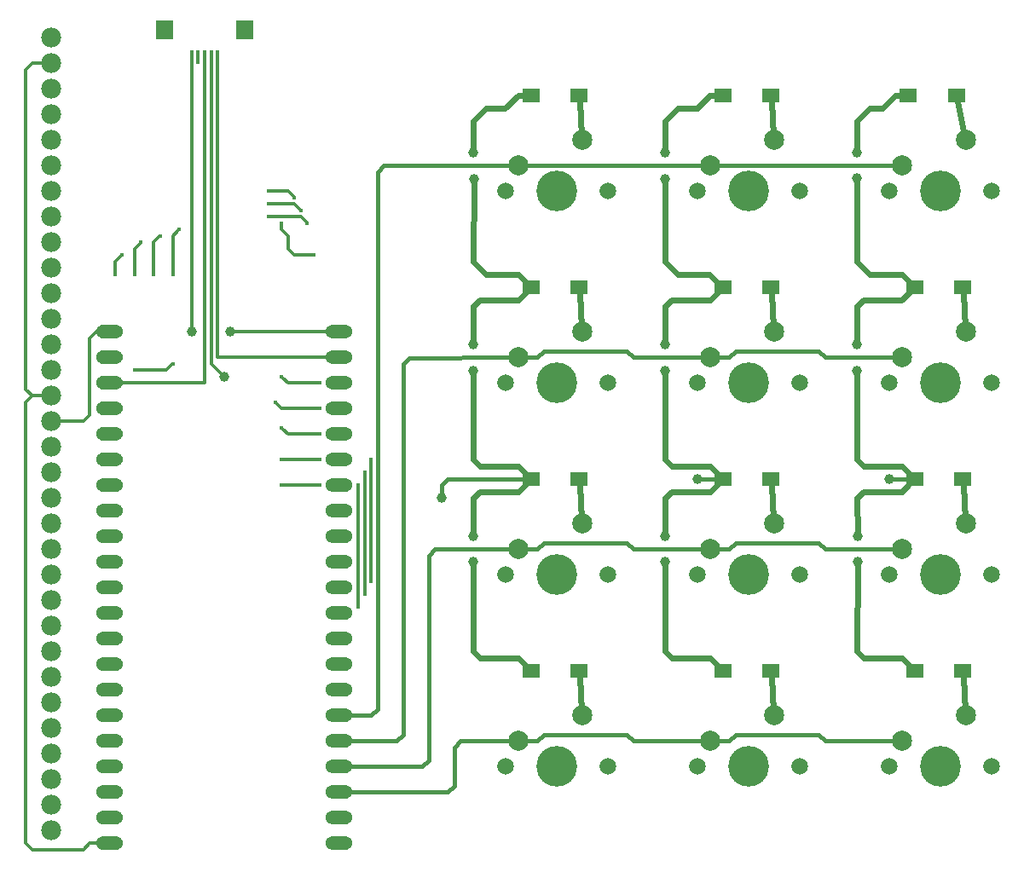
<source format=gtl>
G04 MADE WITH FRITZING*
G04 WWW.FRITZING.ORG*
G04 DOUBLE SIDED*
G04 HOLES PLATED*
G04 CONTOUR ON CENTER OF CONTOUR VECTOR*
%ASAXBY*%
%FSLAX23Y23*%
%MOIN*%
%OFA0B0*%
%SFA1.0B1.0*%
%ADD10C,0.015748*%
%ADD11C,0.078000*%
%ADD12C,0.039370*%
%ADD13C,0.052000*%
%ADD14C,0.078639*%
%ADD15C,0.158908*%
%ADD16C,0.065278*%
%ADD17R,0.069685X0.057874*%
%ADD18R,0.013780X0.055118*%
%ADD19R,0.070866X0.074803*%
%ADD20C,0.012000*%
%ADD21C,0.024000*%
%ADD22C,0.016000*%
%ADD23R,0.001000X0.001000*%
%LNCOPPER1*%
G90*
G70*
G54D10*
X1547Y1554D03*
X1521Y1504D03*
X1497Y1455D03*
X1547Y1079D03*
X1521Y1029D03*
X1497Y980D03*
X1346Y1554D03*
X1346Y1455D03*
X1346Y1655D03*
X1197Y1455D03*
X1197Y1554D03*
X1197Y1679D03*
X1172Y1779D03*
X1346Y1755D03*
X1346Y1854D03*
X1197Y1879D03*
X621Y1904D03*
X772Y1930D03*
X772Y2279D03*
X696Y2279D03*
X621Y2279D03*
X547Y2279D03*
X796Y2454D03*
X722Y2430D03*
X647Y2405D03*
X571Y2355D03*
X1321Y2355D03*
X1197Y2480D03*
X1297Y2480D03*
X1146Y2504D03*
X1146Y2555D03*
X1271Y2530D03*
X1247Y2579D03*
X1146Y2604D03*
G54D11*
X296Y104D03*
X296Y204D03*
X296Y304D03*
X296Y404D03*
X296Y504D03*
X296Y604D03*
X296Y704D03*
X296Y804D03*
X296Y904D03*
X296Y1004D03*
X296Y1104D03*
X296Y1204D03*
X296Y1304D03*
X296Y1404D03*
X296Y1504D03*
X296Y1604D03*
X296Y1704D03*
X296Y1804D03*
X296Y1904D03*
X296Y2004D03*
X296Y2104D03*
X296Y2204D03*
X296Y2304D03*
X296Y2404D03*
X296Y2504D03*
X296Y2604D03*
X296Y2704D03*
X296Y2804D03*
X296Y2904D03*
X296Y3004D03*
X296Y3104D03*
X296Y3204D03*
G54D12*
X1947Y2754D03*
X1948Y2653D03*
X2695Y2653D03*
X2695Y2755D03*
X3447Y2655D03*
X3447Y2754D03*
X1946Y1903D03*
X2697Y1903D03*
X3446Y1903D03*
X3446Y2005D03*
X2697Y2005D03*
X1946Y2005D03*
X3448Y1254D03*
X3448Y1154D03*
X2695Y1254D03*
X2695Y1154D03*
X1946Y1254D03*
X1946Y1154D03*
X1821Y1404D03*
X2822Y1479D03*
X3572Y1479D03*
G54D13*
X521Y2055D03*
X521Y1955D03*
X521Y1855D03*
X521Y1755D03*
X521Y1655D03*
X521Y1555D03*
X521Y1454D03*
X521Y1354D03*
X521Y1254D03*
X521Y1154D03*
X521Y1054D03*
X521Y954D03*
X521Y854D03*
X521Y754D03*
X521Y654D03*
X521Y554D03*
X521Y454D03*
X521Y354D03*
X521Y254D03*
X521Y154D03*
X521Y54D03*
X1422Y54D03*
X1422Y154D03*
X1422Y254D03*
X1422Y354D03*
X1422Y454D03*
X1422Y554D03*
X1422Y654D03*
X1422Y754D03*
X1422Y854D03*
X1422Y954D03*
X1422Y1054D03*
X1422Y1154D03*
X1422Y1254D03*
X1422Y1354D03*
X1422Y1454D03*
X1422Y1555D03*
X1422Y1655D03*
X1422Y1755D03*
X1422Y1855D03*
X1422Y1955D03*
X1422Y2055D03*
G54D14*
X2121Y2704D03*
X2371Y2804D03*
G54D15*
X2271Y2604D03*
G54D16*
X2071Y2604D03*
X2471Y2604D03*
G54D14*
X2871Y2704D03*
X3121Y2804D03*
G54D15*
X3021Y2604D03*
G54D16*
X2821Y2604D03*
X3221Y2604D03*
G54D14*
X3621Y2704D03*
X3871Y2804D03*
G54D15*
X3771Y2604D03*
G54D16*
X3571Y2604D03*
X3971Y2604D03*
G54D14*
X2121Y1954D03*
X2371Y2054D03*
G54D15*
X2271Y1854D03*
G54D16*
X2071Y1854D03*
X2471Y1854D03*
G54D14*
X2871Y1954D03*
X3121Y2054D03*
G54D15*
X3021Y1854D03*
G54D16*
X2821Y1854D03*
X3221Y1854D03*
G54D14*
X3621Y1954D03*
X3871Y2054D03*
G54D15*
X3771Y1854D03*
G54D16*
X3571Y1854D03*
X3971Y1854D03*
G54D14*
X2121Y1204D03*
X2371Y1304D03*
G54D15*
X2271Y1104D03*
G54D16*
X2071Y1104D03*
X2471Y1104D03*
G54D14*
X2871Y1204D03*
X3121Y1304D03*
G54D15*
X3021Y1104D03*
G54D16*
X2821Y1104D03*
X3221Y1104D03*
G54D14*
X3621Y1204D03*
X3871Y1304D03*
G54D15*
X3771Y1104D03*
G54D16*
X3571Y1104D03*
X3971Y1104D03*
G54D14*
X2121Y454D03*
X2371Y554D03*
G54D15*
X2271Y354D03*
G54D16*
X2071Y354D03*
X2471Y354D03*
G54D14*
X2871Y454D03*
X3121Y554D03*
G54D15*
X3021Y354D03*
G54D16*
X2821Y354D03*
X3221Y354D03*
G54D14*
X3621Y454D03*
X3871Y554D03*
G54D15*
X3771Y354D03*
G54D16*
X3571Y354D03*
X3971Y354D03*
G54D12*
X996Y2054D03*
X846Y2054D03*
X971Y1879D03*
G54D17*
X3860Y729D03*
X3671Y729D03*
X3110Y729D03*
X2921Y729D03*
X2360Y729D03*
X2171Y729D03*
X3860Y1479D03*
X3671Y1479D03*
X3110Y1479D03*
X2921Y1479D03*
X2360Y1479D03*
X2171Y1479D03*
X3860Y2229D03*
X3671Y2229D03*
X3110Y2229D03*
X2921Y2229D03*
X2360Y2229D03*
X2171Y2229D03*
X3835Y2979D03*
X3646Y2979D03*
X3110Y2979D03*
X2921Y2979D03*
X2360Y2979D03*
X2171Y2979D03*
G54D18*
X947Y3129D03*
X845Y3129D03*
X921Y3129D03*
X896Y3129D03*
X870Y3129D03*
G54D19*
X1053Y3234D03*
X738Y3234D03*
G54D20*
X1497Y1447D02*
X1497Y988D01*
D02*
X1521Y1496D02*
X1521Y1037D01*
D02*
X1547Y1546D02*
X1547Y1087D01*
D02*
X1205Y1455D02*
X1338Y1455D01*
D02*
X772Y2430D02*
X790Y2449D01*
D02*
X629Y1904D02*
X746Y1904D01*
D02*
X1221Y1654D02*
X1338Y1655D01*
D02*
X1202Y1673D02*
X1221Y1654D01*
D02*
X1205Y1554D02*
X1338Y1554D01*
D02*
X746Y1904D02*
X766Y1924D01*
D02*
X1178Y1773D02*
X1197Y1754D01*
D02*
X1202Y1873D02*
X1221Y1854D01*
D02*
X1197Y1754D02*
X1338Y1755D01*
D02*
X1221Y1854D02*
X1338Y1854D01*
D02*
X1221Y2380D02*
X1246Y2355D01*
D02*
X1246Y2355D02*
X1313Y2355D01*
D02*
X1221Y2429D02*
X1221Y2380D01*
D02*
X1197Y2455D02*
X1221Y2429D01*
D02*
X1154Y2504D02*
X1271Y2504D01*
D02*
X547Y2287D02*
X547Y2329D01*
D02*
X621Y2287D02*
X621Y2379D01*
D02*
X696Y2287D02*
X696Y2405D01*
D02*
X772Y2287D02*
X772Y2430D01*
D02*
X621Y2379D02*
X641Y2399D01*
D02*
X696Y2405D02*
X716Y2425D01*
D02*
X547Y2329D02*
X566Y2349D01*
D02*
X1197Y2472D02*
X1197Y2455D01*
D02*
X1154Y2604D02*
X1221Y2605D01*
D02*
X1154Y2555D02*
X1247Y2554D01*
D02*
X1271Y2504D02*
X1291Y2485D01*
D02*
X1247Y2554D02*
X1265Y2535D01*
D02*
X1221Y2605D02*
X1241Y2585D01*
D02*
X197Y1779D02*
X197Y54D01*
D02*
X197Y1829D02*
X197Y3080D01*
D02*
X447Y54D02*
X502Y54D01*
D02*
X422Y29D02*
X447Y54D01*
D02*
X197Y54D02*
X222Y29D01*
D02*
X197Y3080D02*
X222Y3105D01*
D02*
X222Y29D02*
X422Y29D01*
D02*
X222Y1804D02*
X197Y1779D01*
D02*
X222Y3105D02*
X277Y3104D01*
D02*
X222Y1804D02*
X197Y1829D01*
D02*
X277Y1804D02*
X222Y1804D01*
D02*
X446Y2029D02*
X472Y2055D01*
D02*
X422Y1705D02*
X446Y1729D01*
D02*
X446Y1729D02*
X446Y2029D01*
D02*
X315Y1704D02*
X422Y1705D01*
D02*
X472Y2055D02*
X502Y2055D01*
G54D21*
D02*
X1947Y2879D02*
X1995Y2930D01*
D02*
X1995Y2930D02*
X2070Y2930D01*
D02*
X2070Y2930D02*
X2121Y2978D01*
D02*
X2121Y2978D02*
X2142Y2979D01*
D02*
X1947Y2762D02*
X1947Y2879D01*
D02*
X2362Y2956D02*
X2370Y2823D01*
D02*
X3867Y2822D02*
X3840Y2956D01*
D02*
X3112Y2956D02*
X3120Y2823D01*
D02*
X2696Y2879D02*
X2695Y2763D01*
D02*
X2746Y2929D02*
X2696Y2879D01*
D02*
X2822Y2929D02*
X2746Y2929D01*
D02*
X2892Y2979D02*
X2870Y2979D01*
D02*
X2870Y2979D02*
X2822Y2929D01*
D02*
X2870Y2279D02*
X2746Y2279D01*
D02*
X2746Y2279D02*
X2696Y2329D01*
D02*
X2696Y2329D02*
X2695Y2645D01*
D02*
X2897Y2253D02*
X2870Y2279D01*
D02*
X2122Y2279D02*
X2148Y2253D01*
D02*
X1997Y2279D02*
X2122Y2279D01*
D02*
X1947Y2329D02*
X1997Y2279D01*
D02*
X1948Y2645D02*
X1947Y2329D01*
D02*
X2362Y1456D02*
X2370Y1323D01*
D02*
X3112Y1456D02*
X3120Y1323D01*
D02*
X3862Y1456D02*
X3870Y1323D01*
D02*
X2362Y2206D02*
X2370Y2073D01*
D02*
X3112Y2206D02*
X3120Y2073D01*
D02*
X3862Y2206D02*
X3870Y2073D01*
D02*
X3597Y2980D02*
X3617Y2980D01*
D02*
X3546Y2929D02*
X3597Y2980D01*
D02*
X3497Y2929D02*
X3546Y2929D01*
D02*
X3446Y2880D02*
X3497Y2929D01*
D02*
X3621Y2279D02*
X3497Y2279D01*
D02*
X3497Y2279D02*
X3446Y2330D01*
D02*
X3648Y2253D02*
X3621Y2279D01*
D02*
X3446Y2330D02*
X3447Y2647D01*
D02*
X3447Y2762D02*
X3446Y2880D01*
D02*
X2722Y1430D02*
X2696Y1405D01*
D02*
X2696Y1405D02*
X2695Y1262D01*
D02*
X2872Y1430D02*
X2722Y1430D01*
D02*
X2122Y779D02*
X1972Y779D01*
D02*
X1972Y779D02*
X1946Y805D01*
D02*
X1946Y805D02*
X1946Y1146D01*
D02*
X1946Y1405D02*
X1946Y1262D01*
D02*
X1972Y1430D02*
X1946Y1405D01*
D02*
X2122Y1430D02*
X1972Y1430D01*
D02*
X2898Y1456D02*
X2872Y1430D01*
D02*
X2171Y729D02*
X2172Y730D01*
D02*
X2172Y730D02*
X2122Y779D01*
D02*
X2148Y1456D02*
X2122Y1430D01*
G54D22*
D02*
X1846Y1480D02*
X2142Y1479D01*
D02*
X1821Y1454D02*
X1846Y1480D01*
D02*
X1821Y1412D02*
X1821Y1454D01*
D02*
X2830Y1479D02*
X2892Y1479D01*
D02*
X3580Y1479D02*
X3642Y1479D01*
G54D21*
D02*
X3621Y779D02*
X3472Y779D01*
D02*
X3472Y779D02*
X3447Y805D01*
D02*
X3447Y805D02*
X3448Y1146D01*
D02*
X3447Y1405D02*
X3472Y1430D01*
D02*
X3472Y1430D02*
X3621Y1430D01*
D02*
X3621Y1430D02*
X3647Y1456D01*
D02*
X2722Y779D02*
X2696Y805D01*
D02*
X2872Y779D02*
X2722Y779D01*
D02*
X2122Y1530D02*
X2148Y1503D01*
D02*
X1972Y1530D02*
X2122Y1530D01*
D02*
X1946Y1555D02*
X1972Y1530D01*
D02*
X1946Y2155D02*
X1972Y2180D01*
D02*
X1972Y2180D02*
X2122Y2180D01*
D02*
X2122Y2180D02*
X2148Y2206D01*
D02*
X1946Y1895D02*
X1946Y1555D01*
D02*
X1946Y2013D02*
X1946Y2155D01*
D02*
X3448Y1262D02*
X3447Y1405D01*
D02*
X3648Y753D02*
X3621Y779D01*
D02*
X2898Y753D02*
X2872Y779D01*
D02*
X2696Y805D02*
X2695Y1146D01*
D02*
X3621Y1530D02*
X3648Y1503D01*
D02*
X3472Y1530D02*
X3621Y1530D01*
D02*
X3447Y1555D02*
X3472Y1530D01*
D02*
X2872Y1530D02*
X2898Y1503D01*
D02*
X2722Y1530D02*
X2872Y1530D01*
D02*
X2696Y1555D02*
X2722Y1530D01*
D02*
X2696Y2155D02*
X2697Y2013D01*
D02*
X2722Y2180D02*
X2696Y2155D01*
D02*
X2872Y2180D02*
X2722Y2180D01*
D02*
X3472Y2179D02*
X3446Y2155D01*
D02*
X3620Y2179D02*
X3472Y2179D01*
D02*
X3648Y2206D02*
X3620Y2179D01*
D02*
X3446Y2155D02*
X3446Y2013D01*
D02*
X3446Y1895D02*
X3447Y1555D01*
D02*
X2697Y1895D02*
X2696Y1555D01*
D02*
X2898Y2206D02*
X2872Y2180D01*
D02*
X3870Y573D02*
X3862Y706D01*
D02*
X2370Y573D02*
X2362Y706D01*
D02*
X3120Y573D02*
X3112Y706D01*
G54D22*
D02*
X1846Y254D02*
X1441Y254D01*
D02*
X1871Y430D02*
X1871Y280D01*
D02*
X1571Y2679D02*
X1571Y579D01*
D02*
X1571Y579D02*
X1546Y554D01*
D02*
X1546Y554D02*
X1441Y554D01*
D02*
X1646Y454D02*
X1441Y454D01*
D02*
X1671Y480D02*
X1646Y454D01*
D02*
X1672Y1929D02*
X1671Y480D01*
D02*
X1771Y1179D02*
X1771Y380D01*
D02*
X1771Y380D02*
X1746Y354D01*
D02*
X1746Y354D02*
X1441Y354D01*
D02*
X1896Y454D02*
X1871Y430D01*
D02*
X1871Y280D02*
X1846Y254D01*
D02*
X1797Y1205D02*
X1771Y1179D01*
D02*
X1697Y1953D02*
X1672Y1929D01*
D02*
X1596Y2705D02*
X1571Y2679D01*
D02*
X2103Y2704D02*
X1596Y2705D01*
D02*
X2103Y1954D02*
X1697Y1953D01*
D02*
X2103Y1204D02*
X1797Y1205D01*
D02*
X2103Y454D02*
X1896Y454D01*
D02*
X3322Y1955D02*
X3603Y1954D01*
D02*
X3297Y1979D02*
X3322Y1955D01*
D02*
X2972Y1979D02*
X3297Y1979D01*
D02*
X2946Y1955D02*
X2972Y1979D01*
D02*
X2890Y1954D02*
X2946Y1955D01*
D02*
X3322Y1204D02*
X3603Y1204D01*
D02*
X3297Y1229D02*
X3322Y1204D01*
D02*
X2972Y1229D02*
X3297Y1229D01*
D02*
X2946Y1204D02*
X2972Y1229D01*
D02*
X2890Y1204D02*
X2946Y1204D01*
D02*
X2571Y1204D02*
X2853Y1204D01*
D02*
X2547Y1229D02*
X2571Y1204D01*
D02*
X2222Y1229D02*
X2547Y1229D01*
D02*
X2197Y1204D02*
X2222Y1229D01*
D02*
X2140Y1204D02*
X2197Y1204D01*
D02*
X3322Y454D02*
X3603Y454D01*
D02*
X3297Y479D02*
X3322Y454D01*
D02*
X2972Y479D02*
X3297Y479D01*
D02*
X2946Y454D02*
X2972Y479D01*
D02*
X2890Y454D02*
X2946Y454D01*
D02*
X2571Y454D02*
X2853Y454D01*
D02*
X2547Y479D02*
X2571Y454D01*
D02*
X2222Y479D02*
X2547Y479D01*
D02*
X2197Y454D02*
X2222Y479D01*
D02*
X2140Y454D02*
X2197Y454D01*
D02*
X2890Y2704D02*
X3603Y2704D01*
D02*
X2140Y2704D02*
X2853Y2704D01*
D02*
X2571Y1955D02*
X2853Y1954D01*
D02*
X2547Y1979D02*
X2571Y1955D01*
D02*
X2222Y1979D02*
X2547Y1979D01*
D02*
X2197Y1955D02*
X2222Y1979D01*
D02*
X2140Y1954D02*
X2197Y1955D01*
G54D20*
D02*
X1403Y2055D02*
X1004Y2054D01*
D02*
X846Y2062D02*
X845Y3107D01*
D02*
X896Y1854D02*
X896Y3107D01*
D02*
X540Y1855D02*
X896Y1854D01*
D02*
X922Y1929D02*
X921Y3107D01*
D02*
X966Y1885D02*
X922Y1929D01*
D02*
X946Y1954D02*
X947Y3107D01*
D02*
X1403Y1954D02*
X946Y1954D01*
G54D23*
X498Y2081D02*
X549Y2081D01*
X1395Y2081D02*
X1446Y2081D01*
X491Y2080D02*
X556Y2080D01*
X1388Y2080D02*
X1453Y2080D01*
X488Y2079D02*
X559Y2079D01*
X1385Y2079D02*
X1456Y2079D01*
X487Y2078D02*
X561Y2078D01*
X1383Y2078D02*
X1458Y2078D01*
X485Y2077D02*
X563Y2077D01*
X1382Y2077D02*
X1460Y2077D01*
X483Y2076D02*
X565Y2076D01*
X1380Y2076D02*
X1461Y2076D01*
X482Y2075D02*
X566Y2075D01*
X1379Y2075D02*
X1463Y2075D01*
X481Y2074D02*
X567Y2074D01*
X1378Y2074D02*
X1464Y2074D01*
X480Y2073D02*
X568Y2073D01*
X1377Y2073D02*
X1465Y2073D01*
X479Y2072D02*
X569Y2072D01*
X1376Y2072D02*
X1466Y2072D01*
X478Y2071D02*
X524Y2071D01*
X526Y2071D02*
X570Y2071D01*
X1375Y2071D02*
X1420Y2071D01*
X1422Y2071D02*
X1467Y2071D01*
X477Y2070D02*
X519Y2070D01*
X531Y2070D02*
X571Y2070D01*
X1374Y2070D02*
X1415Y2070D01*
X1427Y2070D02*
X1467Y2070D01*
X477Y2069D02*
X516Y2069D01*
X533Y2069D02*
X571Y2069D01*
X1373Y2069D02*
X1413Y2069D01*
X1429Y2069D02*
X1468Y2069D01*
X476Y2068D02*
X515Y2068D01*
X534Y2068D02*
X572Y2068D01*
X1373Y2068D02*
X1411Y2068D01*
X1431Y2068D02*
X1469Y2068D01*
X475Y2067D02*
X514Y2067D01*
X536Y2067D02*
X572Y2067D01*
X1372Y2067D02*
X1410Y2067D01*
X1432Y2067D02*
X1469Y2067D01*
X475Y2066D02*
X513Y2066D01*
X537Y2066D02*
X573Y2066D01*
X1372Y2066D02*
X1409Y2066D01*
X1433Y2066D02*
X1470Y2066D01*
X474Y2065D02*
X512Y2065D01*
X538Y2065D02*
X573Y2065D01*
X1371Y2065D02*
X1408Y2065D01*
X1434Y2065D02*
X1470Y2065D01*
X474Y2064D02*
X511Y2064D01*
X538Y2064D02*
X574Y2064D01*
X1371Y2064D02*
X1407Y2064D01*
X1434Y2064D02*
X1471Y2064D01*
X474Y2063D02*
X510Y2063D01*
X539Y2063D02*
X574Y2063D01*
X1371Y2063D02*
X1406Y2063D01*
X1435Y2063D02*
X1471Y2063D01*
X473Y2062D02*
X510Y2062D01*
X539Y2062D02*
X574Y2062D01*
X1370Y2062D02*
X1406Y2062D01*
X1436Y2062D02*
X1471Y2062D01*
X473Y2061D02*
X509Y2061D01*
X540Y2061D02*
X575Y2061D01*
X1370Y2061D02*
X1405Y2061D01*
X1436Y2061D02*
X1471Y2061D01*
X473Y2060D02*
X509Y2060D01*
X540Y2060D02*
X575Y2060D01*
X1370Y2060D02*
X1405Y2060D01*
X1436Y2060D02*
X1472Y2060D01*
X473Y2059D02*
X509Y2059D01*
X541Y2059D02*
X575Y2059D01*
X1370Y2059D02*
X1405Y2059D01*
X1437Y2059D02*
X1472Y2059D01*
X473Y2058D02*
X508Y2058D01*
X541Y2058D02*
X575Y2058D01*
X1369Y2058D02*
X1405Y2058D01*
X1437Y2058D02*
X1472Y2058D01*
X473Y2057D02*
X508Y2057D01*
X541Y2057D02*
X575Y2057D01*
X1369Y2057D02*
X1404Y2057D01*
X1437Y2057D02*
X1472Y2057D01*
X472Y2056D02*
X508Y2056D01*
X541Y2056D02*
X575Y2056D01*
X1369Y2056D02*
X1404Y2056D01*
X1437Y2056D02*
X1472Y2056D01*
X472Y2055D02*
X508Y2055D01*
X541Y2055D02*
X575Y2055D01*
X1369Y2055D02*
X1404Y2055D01*
X1437Y2055D02*
X1472Y2055D01*
X472Y2054D02*
X508Y2054D01*
X541Y2054D02*
X575Y2054D01*
X1369Y2054D02*
X1404Y2054D01*
X1437Y2054D02*
X1472Y2054D01*
X473Y2053D02*
X508Y2053D01*
X541Y2053D02*
X575Y2053D01*
X1369Y2053D02*
X1404Y2053D01*
X1437Y2053D02*
X1472Y2053D01*
X473Y2052D02*
X508Y2052D01*
X541Y2052D02*
X575Y2052D01*
X1369Y2052D02*
X1405Y2052D01*
X1437Y2052D02*
X1472Y2052D01*
X473Y2051D02*
X509Y2051D01*
X541Y2051D02*
X575Y2051D01*
X1370Y2051D02*
X1405Y2051D01*
X1437Y2051D02*
X1472Y2051D01*
X473Y2050D02*
X509Y2050D01*
X540Y2050D02*
X575Y2050D01*
X1370Y2050D02*
X1405Y2050D01*
X1436Y2050D02*
X1472Y2050D01*
X473Y2049D02*
X509Y2049D01*
X540Y2049D02*
X575Y2049D01*
X1370Y2049D02*
X1405Y2049D01*
X1436Y2049D02*
X1471Y2049D01*
X473Y2048D02*
X510Y2048D01*
X539Y2048D02*
X574Y2048D01*
X1370Y2048D02*
X1406Y2048D01*
X1435Y2048D02*
X1471Y2048D01*
X474Y2047D02*
X510Y2047D01*
X539Y2047D02*
X574Y2047D01*
X1371Y2047D02*
X1406Y2047D01*
X1435Y2047D02*
X1471Y2047D01*
X474Y2046D02*
X511Y2046D01*
X538Y2046D02*
X574Y2046D01*
X1371Y2046D02*
X1407Y2046D01*
X1434Y2046D02*
X1471Y2046D01*
X474Y2045D02*
X512Y2045D01*
X537Y2045D02*
X573Y2045D01*
X1371Y2045D02*
X1408Y2045D01*
X1434Y2045D02*
X1470Y2045D01*
X475Y2044D02*
X513Y2044D01*
X537Y2044D02*
X573Y2044D01*
X1372Y2044D02*
X1409Y2044D01*
X1433Y2044D02*
X1470Y2044D01*
X475Y2043D02*
X514Y2043D01*
X536Y2043D02*
X572Y2043D01*
X1372Y2043D02*
X1410Y2043D01*
X1432Y2043D02*
X1469Y2043D01*
X476Y2042D02*
X515Y2042D01*
X534Y2042D02*
X572Y2042D01*
X1373Y2042D02*
X1411Y2042D01*
X1430Y2042D02*
X1469Y2042D01*
X477Y2041D02*
X517Y2041D01*
X533Y2041D02*
X571Y2041D01*
X1373Y2041D02*
X1413Y2041D01*
X1429Y2041D02*
X1468Y2041D01*
X477Y2040D02*
X519Y2040D01*
X530Y2040D02*
X571Y2040D01*
X1374Y2040D02*
X1415Y2040D01*
X1426Y2040D02*
X1467Y2040D01*
X478Y2039D02*
X570Y2039D01*
X1375Y2039D02*
X1467Y2039D01*
X479Y2038D02*
X569Y2038D01*
X1376Y2038D02*
X1466Y2038D01*
X480Y2037D02*
X568Y2037D01*
X1377Y2037D02*
X1465Y2037D01*
X481Y2036D02*
X567Y2036D01*
X1378Y2036D02*
X1464Y2036D01*
X482Y2035D02*
X566Y2035D01*
X1379Y2035D02*
X1463Y2035D01*
X483Y2034D02*
X565Y2034D01*
X1380Y2034D02*
X1461Y2034D01*
X485Y2033D02*
X563Y2033D01*
X1382Y2033D02*
X1460Y2033D01*
X487Y2032D02*
X561Y2032D01*
X1383Y2032D02*
X1458Y2032D01*
X488Y2031D02*
X559Y2031D01*
X1385Y2031D02*
X1456Y2031D01*
X491Y2030D02*
X556Y2030D01*
X1388Y2030D02*
X1453Y2030D01*
X498Y1981D02*
X549Y1981D01*
X1395Y1981D02*
X1446Y1981D01*
X491Y1980D02*
X556Y1980D01*
X1388Y1980D02*
X1453Y1980D01*
X488Y1979D02*
X559Y1979D01*
X1385Y1979D02*
X1456Y1979D01*
X486Y1978D02*
X561Y1978D01*
X1383Y1978D02*
X1458Y1978D01*
X485Y1977D02*
X563Y1977D01*
X1382Y1977D02*
X1460Y1977D01*
X483Y1976D02*
X564Y1976D01*
X1380Y1976D02*
X1461Y1976D01*
X482Y1975D02*
X566Y1975D01*
X1379Y1975D02*
X1463Y1975D01*
X481Y1974D02*
X567Y1974D01*
X1378Y1974D02*
X1464Y1974D01*
X480Y1973D02*
X568Y1973D01*
X1377Y1973D02*
X1465Y1973D01*
X479Y1972D02*
X569Y1972D01*
X1376Y1972D02*
X1466Y1972D01*
X478Y1971D02*
X523Y1971D01*
X526Y1971D02*
X570Y1971D01*
X1375Y1971D02*
X1419Y1971D01*
X1422Y1971D02*
X1467Y1971D01*
X477Y1970D02*
X518Y1970D01*
X531Y1970D02*
X570Y1970D01*
X1374Y1970D02*
X1414Y1970D01*
X1427Y1970D02*
X1467Y1970D01*
X476Y1969D02*
X516Y1969D01*
X533Y1969D02*
X571Y1969D01*
X1373Y1969D02*
X1412Y1969D01*
X1429Y1969D02*
X1468Y1969D01*
X476Y1968D02*
X515Y1968D01*
X535Y1968D02*
X572Y1968D01*
X1373Y1968D02*
X1411Y1968D01*
X1431Y1968D02*
X1469Y1968D01*
X475Y1967D02*
X513Y1967D01*
X536Y1967D02*
X572Y1967D01*
X1372Y1967D02*
X1409Y1967D01*
X1432Y1967D02*
X1469Y1967D01*
X475Y1966D02*
X512Y1966D01*
X537Y1966D02*
X573Y1966D01*
X1372Y1966D02*
X1408Y1966D01*
X1433Y1966D02*
X1470Y1966D01*
X474Y1965D02*
X511Y1965D01*
X538Y1965D02*
X573Y1965D01*
X1371Y1965D02*
X1408Y1965D01*
X1434Y1965D02*
X1470Y1965D01*
X474Y1964D02*
X511Y1964D01*
X538Y1964D02*
X574Y1964D01*
X1371Y1964D02*
X1407Y1964D01*
X1435Y1964D02*
X1471Y1964D01*
X474Y1963D02*
X510Y1963D01*
X539Y1963D02*
X574Y1963D01*
X1371Y1963D02*
X1406Y1963D01*
X1435Y1963D02*
X1471Y1963D01*
X473Y1962D02*
X509Y1962D01*
X540Y1962D02*
X574Y1962D01*
X1370Y1962D02*
X1406Y1962D01*
X1436Y1962D02*
X1471Y1962D01*
X473Y1961D02*
X509Y1961D01*
X540Y1961D02*
X575Y1961D01*
X1370Y1961D02*
X1405Y1961D01*
X1436Y1961D02*
X1471Y1961D01*
X473Y1960D02*
X509Y1960D01*
X540Y1960D02*
X575Y1960D01*
X1370Y1960D02*
X1405Y1960D01*
X1437Y1960D02*
X1472Y1960D01*
X473Y1959D02*
X508Y1959D01*
X541Y1959D02*
X575Y1959D01*
X1370Y1959D02*
X1405Y1959D01*
X1437Y1959D02*
X1472Y1959D01*
X473Y1958D02*
X508Y1958D01*
X541Y1958D02*
X575Y1958D01*
X1369Y1958D02*
X1404Y1958D01*
X1437Y1958D02*
X1472Y1958D01*
X472Y1957D02*
X508Y1957D01*
X541Y1957D02*
X575Y1957D01*
X1369Y1957D02*
X1404Y1957D01*
X1437Y1957D02*
X1472Y1957D01*
X472Y1956D02*
X508Y1956D01*
X541Y1956D02*
X575Y1956D01*
X1369Y1956D02*
X1404Y1956D01*
X1437Y1956D02*
X1472Y1956D01*
X472Y1955D02*
X508Y1955D01*
X541Y1955D02*
X575Y1955D01*
X1369Y1955D02*
X1404Y1955D01*
X1437Y1955D02*
X1472Y1955D01*
X472Y1954D02*
X508Y1954D01*
X541Y1954D02*
X575Y1954D01*
X1369Y1954D02*
X1404Y1954D01*
X1437Y1954D02*
X1472Y1954D01*
X472Y1953D02*
X508Y1953D01*
X541Y1953D02*
X575Y1953D01*
X1369Y1953D02*
X1404Y1953D01*
X1437Y1953D02*
X1472Y1953D01*
X473Y1952D02*
X508Y1952D01*
X541Y1952D02*
X575Y1952D01*
X1369Y1952D02*
X1404Y1952D01*
X1437Y1952D02*
X1472Y1952D01*
X473Y1951D02*
X508Y1951D01*
X541Y1951D02*
X575Y1951D01*
X1370Y1951D02*
X1405Y1951D01*
X1437Y1951D02*
X1472Y1951D01*
X473Y1950D02*
X509Y1950D01*
X540Y1950D02*
X575Y1950D01*
X1370Y1950D02*
X1405Y1950D01*
X1437Y1950D02*
X1472Y1950D01*
X473Y1949D02*
X509Y1949D01*
X540Y1949D02*
X575Y1949D01*
X1370Y1949D02*
X1405Y1949D01*
X1436Y1949D02*
X1471Y1949D01*
X473Y1948D02*
X510Y1948D01*
X540Y1948D02*
X574Y1948D01*
X1370Y1948D02*
X1406Y1948D01*
X1436Y1948D02*
X1471Y1948D01*
X474Y1947D02*
X510Y1947D01*
X539Y1947D02*
X574Y1947D01*
X1371Y1947D02*
X1406Y1947D01*
X1435Y1947D02*
X1471Y1947D01*
X474Y1946D02*
X511Y1946D01*
X538Y1946D02*
X574Y1946D01*
X1371Y1946D02*
X1407Y1946D01*
X1435Y1946D02*
X1471Y1946D01*
X474Y1945D02*
X511Y1945D01*
X538Y1945D02*
X573Y1945D01*
X1371Y1945D02*
X1408Y1945D01*
X1434Y1945D02*
X1470Y1945D01*
X475Y1944D02*
X512Y1944D01*
X537Y1944D02*
X573Y1944D01*
X1372Y1944D02*
X1409Y1944D01*
X1433Y1944D02*
X1470Y1944D01*
X475Y1943D02*
X513Y1943D01*
X536Y1943D02*
X572Y1943D01*
X1372Y1943D02*
X1410Y1943D01*
X1432Y1943D02*
X1469Y1943D01*
X476Y1942D02*
X515Y1942D01*
X534Y1942D02*
X572Y1942D01*
X1373Y1942D02*
X1411Y1942D01*
X1431Y1942D02*
X1469Y1942D01*
X476Y1941D02*
X516Y1941D01*
X533Y1941D02*
X571Y1941D01*
X1373Y1941D02*
X1412Y1941D01*
X1429Y1941D02*
X1468Y1941D01*
X477Y1940D02*
X519Y1940D01*
X530Y1940D02*
X570Y1940D01*
X1374Y1940D02*
X1415Y1940D01*
X1427Y1940D02*
X1467Y1940D01*
X478Y1939D02*
X570Y1939D01*
X1375Y1939D02*
X1467Y1939D01*
X479Y1938D02*
X569Y1938D01*
X1376Y1938D02*
X1466Y1938D01*
X480Y1937D02*
X568Y1937D01*
X1377Y1937D02*
X1465Y1937D01*
X481Y1936D02*
X567Y1936D01*
X1378Y1936D02*
X1464Y1936D01*
X482Y1935D02*
X566Y1935D01*
X1379Y1935D02*
X1463Y1935D01*
X483Y1934D02*
X564Y1934D01*
X1380Y1934D02*
X1461Y1934D01*
X485Y1933D02*
X563Y1933D01*
X1382Y1933D02*
X1460Y1933D01*
X486Y1932D02*
X561Y1932D01*
X1383Y1932D02*
X1458Y1932D01*
X488Y1931D02*
X559Y1931D01*
X1385Y1931D02*
X1456Y1931D01*
X491Y1930D02*
X556Y1930D01*
X1388Y1930D02*
X1453Y1930D01*
X498Y1881D02*
X549Y1881D01*
X1395Y1881D02*
X1446Y1881D01*
X491Y1880D02*
X556Y1880D01*
X1388Y1880D02*
X1453Y1880D01*
X488Y1879D02*
X559Y1879D01*
X1385Y1879D02*
X1456Y1879D01*
X486Y1878D02*
X561Y1878D01*
X1383Y1878D02*
X1458Y1878D01*
X485Y1877D02*
X563Y1877D01*
X1382Y1877D02*
X1460Y1877D01*
X483Y1876D02*
X564Y1876D01*
X1380Y1876D02*
X1461Y1876D01*
X482Y1875D02*
X566Y1875D01*
X1379Y1875D02*
X1463Y1875D01*
X481Y1874D02*
X567Y1874D01*
X1378Y1874D02*
X1464Y1874D01*
X480Y1873D02*
X568Y1873D01*
X1377Y1873D02*
X1465Y1873D01*
X479Y1872D02*
X569Y1872D01*
X1376Y1872D02*
X1466Y1872D01*
X478Y1871D02*
X523Y1871D01*
X526Y1871D02*
X570Y1871D01*
X1375Y1871D02*
X1419Y1871D01*
X1422Y1871D02*
X1467Y1871D01*
X477Y1870D02*
X518Y1870D01*
X531Y1870D02*
X570Y1870D01*
X1374Y1870D02*
X1414Y1870D01*
X1427Y1870D02*
X1467Y1870D01*
X476Y1869D02*
X516Y1869D01*
X533Y1869D02*
X571Y1869D01*
X1373Y1869D02*
X1412Y1869D01*
X1429Y1869D02*
X1468Y1869D01*
X476Y1868D02*
X514Y1868D01*
X535Y1868D02*
X572Y1868D01*
X1373Y1868D02*
X1411Y1868D01*
X1431Y1868D02*
X1469Y1868D01*
X475Y1867D02*
X513Y1867D01*
X536Y1867D02*
X572Y1867D01*
X1372Y1867D02*
X1409Y1867D01*
X1432Y1867D02*
X1469Y1867D01*
X475Y1866D02*
X512Y1866D01*
X537Y1866D02*
X573Y1866D01*
X1372Y1866D02*
X1408Y1866D01*
X1433Y1866D02*
X1470Y1866D01*
X474Y1865D02*
X511Y1865D01*
X538Y1865D02*
X573Y1865D01*
X1371Y1865D02*
X1408Y1865D01*
X1434Y1865D02*
X1470Y1865D01*
X474Y1864D02*
X511Y1864D01*
X538Y1864D02*
X574Y1864D01*
X1371Y1864D02*
X1407Y1864D01*
X1435Y1864D02*
X1471Y1864D01*
X474Y1863D02*
X510Y1863D01*
X539Y1863D02*
X574Y1863D01*
X1371Y1863D02*
X1406Y1863D01*
X1435Y1863D02*
X1471Y1863D01*
X473Y1862D02*
X509Y1862D01*
X540Y1862D02*
X574Y1862D01*
X1370Y1862D02*
X1406Y1862D01*
X1436Y1862D02*
X1471Y1862D01*
X473Y1861D02*
X509Y1861D01*
X540Y1861D02*
X575Y1861D01*
X1370Y1861D02*
X1405Y1861D01*
X1436Y1861D02*
X1471Y1861D01*
X473Y1860D02*
X509Y1860D01*
X540Y1860D02*
X575Y1860D01*
X1370Y1860D02*
X1405Y1860D01*
X1437Y1860D02*
X1472Y1860D01*
X473Y1859D02*
X508Y1859D01*
X541Y1859D02*
X575Y1859D01*
X1370Y1859D02*
X1405Y1859D01*
X1437Y1859D02*
X1472Y1859D01*
X472Y1858D02*
X508Y1858D01*
X541Y1858D02*
X575Y1858D01*
X1369Y1858D02*
X1404Y1858D01*
X1437Y1858D02*
X1472Y1858D01*
X472Y1857D02*
X508Y1857D01*
X541Y1857D02*
X575Y1857D01*
X1369Y1857D02*
X1404Y1857D01*
X1437Y1857D02*
X1472Y1857D01*
X472Y1856D02*
X508Y1856D01*
X541Y1856D02*
X575Y1856D01*
X1369Y1856D02*
X1404Y1856D01*
X1437Y1856D02*
X1472Y1856D01*
X472Y1855D02*
X508Y1855D01*
X541Y1855D02*
X575Y1855D01*
X1369Y1855D02*
X1404Y1855D01*
X1437Y1855D02*
X1472Y1855D01*
X472Y1854D02*
X508Y1854D01*
X541Y1854D02*
X575Y1854D01*
X1369Y1854D02*
X1404Y1854D01*
X1437Y1854D02*
X1472Y1854D01*
X472Y1853D02*
X508Y1853D01*
X541Y1853D02*
X575Y1853D01*
X1369Y1853D02*
X1404Y1853D01*
X1437Y1853D02*
X1472Y1853D01*
X472Y1852D02*
X508Y1852D01*
X541Y1852D02*
X575Y1852D01*
X1369Y1852D02*
X1404Y1852D01*
X1437Y1852D02*
X1472Y1852D01*
X473Y1851D02*
X508Y1851D01*
X541Y1851D02*
X575Y1851D01*
X1370Y1851D02*
X1405Y1851D01*
X1437Y1851D02*
X1472Y1851D01*
X473Y1850D02*
X509Y1850D01*
X540Y1850D02*
X575Y1850D01*
X1370Y1850D02*
X1405Y1850D01*
X1437Y1850D02*
X1472Y1850D01*
X473Y1849D02*
X509Y1849D01*
X540Y1849D02*
X575Y1849D01*
X1370Y1849D02*
X1405Y1849D01*
X1436Y1849D02*
X1471Y1849D01*
X473Y1848D02*
X510Y1848D01*
X540Y1848D02*
X574Y1848D01*
X1370Y1848D02*
X1406Y1848D01*
X1436Y1848D02*
X1471Y1848D01*
X474Y1847D02*
X510Y1847D01*
X539Y1847D02*
X574Y1847D01*
X1371Y1847D02*
X1406Y1847D01*
X1435Y1847D02*
X1471Y1847D01*
X474Y1846D02*
X511Y1846D01*
X538Y1846D02*
X574Y1846D01*
X1371Y1846D02*
X1407Y1846D01*
X1435Y1846D02*
X1471Y1846D01*
X474Y1845D02*
X511Y1845D01*
X538Y1845D02*
X573Y1845D01*
X1371Y1845D02*
X1408Y1845D01*
X1434Y1845D02*
X1470Y1845D01*
X475Y1844D02*
X512Y1844D01*
X537Y1844D02*
X573Y1844D01*
X1372Y1844D02*
X1409Y1844D01*
X1433Y1844D02*
X1470Y1844D01*
X475Y1843D02*
X513Y1843D01*
X536Y1843D02*
X572Y1843D01*
X1372Y1843D02*
X1410Y1843D01*
X1432Y1843D02*
X1469Y1843D01*
X476Y1842D02*
X515Y1842D01*
X534Y1842D02*
X572Y1842D01*
X1373Y1842D02*
X1411Y1842D01*
X1431Y1842D02*
X1469Y1842D01*
X476Y1841D02*
X516Y1841D01*
X533Y1841D02*
X571Y1841D01*
X1373Y1841D02*
X1412Y1841D01*
X1429Y1841D02*
X1468Y1841D01*
X477Y1840D02*
X519Y1840D01*
X531Y1840D02*
X570Y1840D01*
X1374Y1840D02*
X1415Y1840D01*
X1427Y1840D02*
X1467Y1840D01*
X478Y1839D02*
X570Y1839D01*
X1375Y1839D02*
X1467Y1839D01*
X479Y1838D02*
X569Y1838D01*
X1376Y1838D02*
X1466Y1838D01*
X480Y1837D02*
X568Y1837D01*
X1377Y1837D02*
X1465Y1837D01*
X481Y1836D02*
X567Y1836D01*
X1378Y1836D02*
X1464Y1836D01*
X482Y1835D02*
X566Y1835D01*
X1379Y1835D02*
X1463Y1835D01*
X483Y1834D02*
X564Y1834D01*
X1380Y1834D02*
X1461Y1834D01*
X485Y1833D02*
X563Y1833D01*
X1382Y1833D02*
X1460Y1833D01*
X486Y1832D02*
X561Y1832D01*
X1383Y1832D02*
X1458Y1832D01*
X488Y1831D02*
X559Y1831D01*
X1385Y1831D02*
X1456Y1831D01*
X491Y1830D02*
X556Y1830D01*
X1388Y1830D02*
X1453Y1830D01*
X498Y1781D02*
X549Y1781D01*
X1395Y1781D02*
X1446Y1781D01*
X491Y1780D02*
X556Y1780D01*
X1388Y1780D02*
X1453Y1780D01*
X488Y1779D02*
X559Y1779D01*
X1385Y1779D02*
X1456Y1779D01*
X486Y1778D02*
X561Y1778D01*
X1383Y1778D02*
X1458Y1778D01*
X485Y1777D02*
X563Y1777D01*
X1382Y1777D02*
X1460Y1777D01*
X483Y1776D02*
X564Y1776D01*
X1380Y1776D02*
X1461Y1776D01*
X482Y1775D02*
X566Y1775D01*
X1379Y1775D02*
X1463Y1775D01*
X481Y1774D02*
X567Y1774D01*
X1378Y1774D02*
X1464Y1774D01*
X480Y1773D02*
X568Y1773D01*
X1377Y1773D02*
X1465Y1773D01*
X479Y1772D02*
X569Y1772D01*
X1376Y1772D02*
X1466Y1772D01*
X478Y1771D02*
X523Y1771D01*
X526Y1771D02*
X570Y1771D01*
X1375Y1771D02*
X1419Y1771D01*
X1422Y1771D02*
X1467Y1771D01*
X477Y1770D02*
X518Y1770D01*
X531Y1770D02*
X570Y1770D01*
X1374Y1770D02*
X1414Y1770D01*
X1427Y1770D02*
X1467Y1770D01*
X476Y1769D02*
X516Y1769D01*
X533Y1769D02*
X571Y1769D01*
X1373Y1769D02*
X1412Y1769D01*
X1429Y1769D02*
X1468Y1769D01*
X476Y1768D02*
X514Y1768D01*
X535Y1768D02*
X572Y1768D01*
X1373Y1768D02*
X1411Y1768D01*
X1431Y1768D02*
X1469Y1768D01*
X475Y1767D02*
X513Y1767D01*
X536Y1767D02*
X572Y1767D01*
X1372Y1767D02*
X1409Y1767D01*
X1432Y1767D02*
X1469Y1767D01*
X475Y1766D02*
X512Y1766D01*
X537Y1766D02*
X573Y1766D01*
X1372Y1766D02*
X1408Y1766D01*
X1433Y1766D02*
X1470Y1766D01*
X474Y1765D02*
X511Y1765D01*
X538Y1765D02*
X573Y1765D01*
X1371Y1765D02*
X1408Y1765D01*
X1434Y1765D02*
X1470Y1765D01*
X474Y1764D02*
X511Y1764D01*
X538Y1764D02*
X574Y1764D01*
X1371Y1764D02*
X1407Y1764D01*
X1435Y1764D02*
X1471Y1764D01*
X474Y1763D02*
X510Y1763D01*
X539Y1763D02*
X574Y1763D01*
X1371Y1763D02*
X1406Y1763D01*
X1435Y1763D02*
X1471Y1763D01*
X473Y1762D02*
X509Y1762D01*
X540Y1762D02*
X574Y1762D01*
X1370Y1762D02*
X1406Y1762D01*
X1436Y1762D02*
X1471Y1762D01*
X473Y1761D02*
X509Y1761D01*
X540Y1761D02*
X575Y1761D01*
X1370Y1761D02*
X1405Y1761D01*
X1436Y1761D02*
X1471Y1761D01*
X473Y1760D02*
X509Y1760D01*
X540Y1760D02*
X575Y1760D01*
X1370Y1760D02*
X1405Y1760D01*
X1437Y1760D02*
X1472Y1760D01*
X473Y1759D02*
X508Y1759D01*
X541Y1759D02*
X575Y1759D01*
X1370Y1759D02*
X1405Y1759D01*
X1437Y1759D02*
X1472Y1759D01*
X473Y1758D02*
X508Y1758D01*
X541Y1758D02*
X575Y1758D01*
X1369Y1758D02*
X1404Y1758D01*
X1437Y1758D02*
X1472Y1758D01*
X472Y1757D02*
X508Y1757D01*
X541Y1757D02*
X575Y1757D01*
X1369Y1757D02*
X1404Y1757D01*
X1437Y1757D02*
X1472Y1757D01*
X472Y1756D02*
X508Y1756D01*
X541Y1756D02*
X575Y1756D01*
X1369Y1756D02*
X1404Y1756D01*
X1437Y1756D02*
X1472Y1756D01*
X472Y1755D02*
X508Y1755D01*
X541Y1755D02*
X575Y1755D01*
X1369Y1755D02*
X1404Y1755D01*
X1437Y1755D02*
X1472Y1755D01*
X472Y1754D02*
X508Y1754D01*
X541Y1754D02*
X575Y1754D01*
X1369Y1754D02*
X1404Y1754D01*
X1437Y1754D02*
X1472Y1754D01*
X472Y1753D02*
X508Y1753D01*
X541Y1753D02*
X575Y1753D01*
X1369Y1753D02*
X1404Y1753D01*
X1437Y1753D02*
X1472Y1753D01*
X473Y1752D02*
X508Y1752D01*
X541Y1752D02*
X575Y1752D01*
X1369Y1752D02*
X1404Y1752D01*
X1437Y1752D02*
X1472Y1752D01*
X473Y1751D02*
X508Y1751D01*
X541Y1751D02*
X575Y1751D01*
X1370Y1751D02*
X1405Y1751D01*
X1437Y1751D02*
X1472Y1751D01*
X473Y1750D02*
X509Y1750D01*
X540Y1750D02*
X575Y1750D01*
X1370Y1750D02*
X1405Y1750D01*
X1437Y1750D02*
X1472Y1750D01*
X473Y1749D02*
X509Y1749D01*
X540Y1749D02*
X575Y1749D01*
X1370Y1749D02*
X1405Y1749D01*
X1436Y1749D02*
X1471Y1749D01*
X473Y1748D02*
X510Y1748D01*
X540Y1748D02*
X574Y1748D01*
X1370Y1748D02*
X1406Y1748D01*
X1436Y1748D02*
X1471Y1748D01*
X474Y1747D02*
X510Y1747D01*
X539Y1747D02*
X574Y1747D01*
X1371Y1747D02*
X1406Y1747D01*
X1435Y1747D02*
X1471Y1747D01*
X474Y1746D02*
X511Y1746D01*
X538Y1746D02*
X574Y1746D01*
X1371Y1746D02*
X1407Y1746D01*
X1435Y1746D02*
X1471Y1746D01*
X474Y1745D02*
X511Y1745D01*
X538Y1745D02*
X573Y1745D01*
X1371Y1745D02*
X1408Y1745D01*
X1434Y1745D02*
X1470Y1745D01*
X475Y1744D02*
X512Y1744D01*
X537Y1744D02*
X573Y1744D01*
X1372Y1744D02*
X1409Y1744D01*
X1433Y1744D02*
X1470Y1744D01*
X475Y1743D02*
X513Y1743D01*
X536Y1743D02*
X572Y1743D01*
X1372Y1743D02*
X1410Y1743D01*
X1432Y1743D02*
X1469Y1743D01*
X476Y1742D02*
X515Y1742D01*
X534Y1742D02*
X572Y1742D01*
X1373Y1742D02*
X1411Y1742D01*
X1431Y1742D02*
X1469Y1742D01*
X476Y1741D02*
X516Y1741D01*
X533Y1741D02*
X571Y1741D01*
X1373Y1741D02*
X1412Y1741D01*
X1429Y1741D02*
X1468Y1741D01*
X477Y1740D02*
X519Y1740D01*
X530Y1740D02*
X570Y1740D01*
X1374Y1740D02*
X1415Y1740D01*
X1427Y1740D02*
X1467Y1740D01*
X478Y1739D02*
X570Y1739D01*
X1375Y1739D02*
X1467Y1739D01*
X479Y1738D02*
X569Y1738D01*
X1376Y1738D02*
X1466Y1738D01*
X480Y1737D02*
X568Y1737D01*
X1377Y1737D02*
X1465Y1737D01*
X481Y1736D02*
X567Y1736D01*
X1378Y1736D02*
X1464Y1736D01*
X482Y1735D02*
X566Y1735D01*
X1379Y1735D02*
X1463Y1735D01*
X483Y1734D02*
X564Y1734D01*
X1380Y1734D02*
X1461Y1734D01*
X485Y1733D02*
X563Y1733D01*
X1382Y1733D02*
X1460Y1733D01*
X486Y1732D02*
X561Y1732D01*
X1383Y1732D02*
X1458Y1732D01*
X488Y1731D02*
X559Y1731D01*
X1385Y1731D02*
X1456Y1731D01*
X491Y1730D02*
X556Y1730D01*
X1388Y1730D02*
X1453Y1730D01*
X498Y1681D02*
X549Y1681D01*
X1395Y1681D02*
X1446Y1681D01*
X491Y1680D02*
X556Y1680D01*
X1388Y1680D02*
X1453Y1680D01*
X488Y1679D02*
X559Y1679D01*
X1385Y1679D02*
X1456Y1679D01*
X486Y1678D02*
X561Y1678D01*
X1383Y1678D02*
X1458Y1678D01*
X485Y1677D02*
X563Y1677D01*
X1382Y1677D02*
X1460Y1677D01*
X483Y1676D02*
X564Y1676D01*
X1380Y1676D02*
X1461Y1676D01*
X482Y1675D02*
X566Y1675D01*
X1379Y1675D02*
X1463Y1675D01*
X481Y1674D02*
X567Y1674D01*
X1378Y1674D02*
X1464Y1674D01*
X480Y1673D02*
X568Y1673D01*
X1377Y1673D02*
X1465Y1673D01*
X479Y1672D02*
X569Y1672D01*
X1376Y1672D02*
X1466Y1672D01*
X478Y1671D02*
X523Y1671D01*
X526Y1671D02*
X570Y1671D01*
X1375Y1671D02*
X1420Y1671D01*
X1422Y1671D02*
X1467Y1671D01*
X477Y1670D02*
X518Y1670D01*
X531Y1670D02*
X570Y1670D01*
X1374Y1670D02*
X1415Y1670D01*
X1427Y1670D02*
X1467Y1670D01*
X476Y1669D02*
X516Y1669D01*
X533Y1669D02*
X571Y1669D01*
X1373Y1669D02*
X1413Y1669D01*
X1429Y1669D02*
X1468Y1669D01*
X476Y1668D02*
X515Y1668D01*
X534Y1668D02*
X572Y1668D01*
X1373Y1668D02*
X1411Y1668D01*
X1431Y1668D02*
X1469Y1668D01*
X475Y1667D02*
X513Y1667D01*
X536Y1667D02*
X572Y1667D01*
X1372Y1667D02*
X1410Y1667D01*
X1432Y1667D02*
X1469Y1667D01*
X475Y1666D02*
X512Y1666D01*
X537Y1666D02*
X573Y1666D01*
X1372Y1666D02*
X1409Y1666D01*
X1433Y1666D02*
X1470Y1666D01*
X474Y1665D02*
X512Y1665D01*
X537Y1665D02*
X573Y1665D01*
X1371Y1665D02*
X1408Y1665D01*
X1434Y1665D02*
X1470Y1665D01*
X474Y1664D02*
X511Y1664D01*
X538Y1664D02*
X574Y1664D01*
X1371Y1664D02*
X1407Y1664D01*
X1434Y1664D02*
X1471Y1664D01*
X474Y1663D02*
X510Y1663D01*
X539Y1663D02*
X574Y1663D01*
X1371Y1663D02*
X1406Y1663D01*
X1435Y1663D02*
X1471Y1663D01*
X473Y1662D02*
X510Y1662D01*
X539Y1662D02*
X574Y1662D01*
X1370Y1662D02*
X1406Y1662D01*
X1436Y1662D02*
X1471Y1662D01*
X473Y1661D02*
X509Y1661D01*
X540Y1661D02*
X575Y1661D01*
X1370Y1661D02*
X1405Y1661D01*
X1436Y1661D02*
X1471Y1661D01*
X473Y1660D02*
X509Y1660D01*
X540Y1660D02*
X575Y1660D01*
X1370Y1660D02*
X1405Y1660D01*
X1436Y1660D02*
X1472Y1660D01*
X473Y1659D02*
X509Y1659D01*
X540Y1659D02*
X575Y1659D01*
X1370Y1659D02*
X1405Y1659D01*
X1437Y1659D02*
X1472Y1659D01*
X472Y1658D02*
X508Y1658D01*
X541Y1658D02*
X575Y1658D01*
X1369Y1658D02*
X1405Y1658D01*
X1437Y1658D02*
X1472Y1658D01*
X472Y1657D02*
X508Y1657D01*
X541Y1657D02*
X575Y1657D01*
X1369Y1657D02*
X1404Y1657D01*
X1437Y1657D02*
X1472Y1657D01*
X472Y1656D02*
X508Y1656D01*
X541Y1656D02*
X575Y1656D01*
X1369Y1656D02*
X1404Y1656D01*
X1437Y1656D02*
X1472Y1656D01*
X472Y1655D02*
X508Y1655D01*
X541Y1655D02*
X575Y1655D01*
X1369Y1655D02*
X1404Y1655D01*
X1437Y1655D02*
X1472Y1655D01*
X472Y1654D02*
X508Y1654D01*
X541Y1654D02*
X575Y1654D01*
X1369Y1654D02*
X1404Y1654D01*
X1437Y1654D02*
X1472Y1654D01*
X472Y1653D02*
X508Y1653D01*
X541Y1653D02*
X575Y1653D01*
X1369Y1653D02*
X1404Y1653D01*
X1437Y1653D02*
X1472Y1653D01*
X472Y1652D02*
X508Y1652D01*
X541Y1652D02*
X575Y1652D01*
X1369Y1652D02*
X1405Y1652D01*
X1437Y1652D02*
X1472Y1652D01*
X473Y1651D02*
X509Y1651D01*
X540Y1651D02*
X575Y1651D01*
X1370Y1651D02*
X1405Y1651D01*
X1437Y1651D02*
X1472Y1651D01*
X473Y1650D02*
X509Y1650D01*
X540Y1650D02*
X575Y1650D01*
X1370Y1650D02*
X1405Y1650D01*
X1436Y1650D02*
X1472Y1650D01*
X473Y1649D02*
X509Y1649D01*
X540Y1649D02*
X575Y1649D01*
X1370Y1649D02*
X1405Y1649D01*
X1436Y1649D02*
X1471Y1649D01*
X473Y1648D02*
X510Y1648D01*
X539Y1648D02*
X574Y1648D01*
X1370Y1648D02*
X1406Y1648D01*
X1435Y1648D02*
X1471Y1648D01*
X474Y1647D02*
X510Y1647D01*
X539Y1647D02*
X574Y1647D01*
X1371Y1647D02*
X1406Y1647D01*
X1435Y1647D02*
X1471Y1647D01*
X474Y1646D02*
X511Y1646D01*
X538Y1646D02*
X574Y1646D01*
X1371Y1646D02*
X1407Y1646D01*
X1434Y1646D02*
X1471Y1646D01*
X474Y1645D02*
X512Y1645D01*
X537Y1645D02*
X573Y1645D01*
X1371Y1645D02*
X1408Y1645D01*
X1434Y1645D02*
X1470Y1645D01*
X475Y1644D02*
X513Y1644D01*
X537Y1644D02*
X573Y1644D01*
X1372Y1644D02*
X1409Y1644D01*
X1433Y1644D02*
X1470Y1644D01*
X475Y1643D02*
X514Y1643D01*
X535Y1643D02*
X572Y1643D01*
X1372Y1643D02*
X1410Y1643D01*
X1432Y1643D02*
X1469Y1643D01*
X476Y1642D02*
X515Y1642D01*
X534Y1642D02*
X572Y1642D01*
X1373Y1642D02*
X1411Y1642D01*
X1430Y1642D02*
X1469Y1642D01*
X476Y1641D02*
X517Y1641D01*
X532Y1641D02*
X571Y1641D01*
X1373Y1641D02*
X1413Y1641D01*
X1429Y1641D02*
X1468Y1641D01*
X477Y1640D02*
X519Y1640D01*
X530Y1640D02*
X570Y1640D01*
X1374Y1640D02*
X1415Y1640D01*
X1426Y1640D02*
X1467Y1640D01*
X478Y1639D02*
X570Y1639D01*
X1375Y1639D02*
X1467Y1639D01*
X479Y1638D02*
X569Y1638D01*
X1376Y1638D02*
X1466Y1638D01*
X480Y1637D02*
X568Y1637D01*
X1377Y1637D02*
X1465Y1637D01*
X481Y1636D02*
X567Y1636D01*
X1378Y1636D02*
X1464Y1636D01*
X482Y1635D02*
X566Y1635D01*
X1379Y1635D02*
X1463Y1635D01*
X483Y1634D02*
X564Y1634D01*
X1380Y1634D02*
X1461Y1634D01*
X485Y1633D02*
X563Y1633D01*
X1382Y1633D02*
X1460Y1633D01*
X486Y1632D02*
X561Y1632D01*
X1383Y1632D02*
X1458Y1632D01*
X488Y1631D02*
X559Y1631D01*
X1385Y1631D02*
X1456Y1631D01*
X491Y1630D02*
X556Y1630D01*
X1388Y1630D02*
X1453Y1630D01*
X498Y1581D02*
X549Y1581D01*
X1395Y1581D02*
X1446Y1581D01*
X491Y1580D02*
X556Y1580D01*
X1388Y1580D02*
X1453Y1580D01*
X488Y1579D02*
X559Y1579D01*
X1385Y1579D02*
X1456Y1579D01*
X486Y1578D02*
X561Y1578D01*
X1383Y1578D02*
X1458Y1578D01*
X485Y1577D02*
X563Y1577D01*
X1382Y1577D02*
X1460Y1577D01*
X483Y1576D02*
X564Y1576D01*
X1380Y1576D02*
X1461Y1576D01*
X482Y1575D02*
X566Y1575D01*
X1379Y1575D02*
X1463Y1575D01*
X481Y1574D02*
X567Y1574D01*
X1378Y1574D02*
X1464Y1574D01*
X480Y1573D02*
X568Y1573D01*
X1377Y1573D02*
X1465Y1573D01*
X479Y1572D02*
X569Y1572D01*
X1376Y1572D02*
X1466Y1572D01*
X478Y1571D02*
X523Y1571D01*
X526Y1571D02*
X570Y1571D01*
X1375Y1571D02*
X1420Y1571D01*
X1422Y1571D02*
X1467Y1571D01*
X477Y1570D02*
X518Y1570D01*
X531Y1570D02*
X570Y1570D01*
X1374Y1570D02*
X1415Y1570D01*
X1427Y1570D02*
X1467Y1570D01*
X476Y1569D02*
X516Y1569D01*
X533Y1569D02*
X571Y1569D01*
X1373Y1569D02*
X1413Y1569D01*
X1429Y1569D02*
X1468Y1569D01*
X476Y1568D02*
X515Y1568D01*
X534Y1568D02*
X572Y1568D01*
X1373Y1568D02*
X1411Y1568D01*
X1431Y1568D02*
X1469Y1568D01*
X475Y1567D02*
X513Y1567D01*
X536Y1567D02*
X572Y1567D01*
X1372Y1567D02*
X1410Y1567D01*
X1432Y1567D02*
X1469Y1567D01*
X475Y1566D02*
X512Y1566D01*
X537Y1566D02*
X573Y1566D01*
X1372Y1566D02*
X1409Y1566D01*
X1433Y1566D02*
X1470Y1566D01*
X474Y1565D02*
X512Y1565D01*
X537Y1565D02*
X573Y1565D01*
X1371Y1565D02*
X1408Y1565D01*
X1434Y1565D02*
X1470Y1565D01*
X474Y1564D02*
X511Y1564D01*
X538Y1564D02*
X574Y1564D01*
X1371Y1564D02*
X1407Y1564D01*
X1434Y1564D02*
X1471Y1564D01*
X474Y1563D02*
X510Y1563D01*
X539Y1563D02*
X574Y1563D01*
X1371Y1563D02*
X1406Y1563D01*
X1435Y1563D02*
X1471Y1563D01*
X473Y1562D02*
X510Y1562D01*
X539Y1562D02*
X574Y1562D01*
X1370Y1562D02*
X1406Y1562D01*
X1436Y1562D02*
X1471Y1562D01*
X473Y1561D02*
X509Y1561D01*
X540Y1561D02*
X575Y1561D01*
X1370Y1561D02*
X1405Y1561D01*
X1436Y1561D02*
X1471Y1561D01*
X473Y1560D02*
X509Y1560D01*
X540Y1560D02*
X575Y1560D01*
X1370Y1560D02*
X1405Y1560D01*
X1436Y1560D02*
X1472Y1560D01*
X473Y1559D02*
X509Y1559D01*
X540Y1559D02*
X575Y1559D01*
X1370Y1559D02*
X1405Y1559D01*
X1437Y1559D02*
X1472Y1559D01*
X473Y1558D02*
X508Y1558D01*
X541Y1558D02*
X575Y1558D01*
X1369Y1558D02*
X1405Y1558D01*
X1437Y1558D02*
X1472Y1558D01*
X472Y1557D02*
X508Y1557D01*
X541Y1557D02*
X575Y1557D01*
X1369Y1557D02*
X1404Y1557D01*
X1437Y1557D02*
X1472Y1557D01*
X472Y1556D02*
X508Y1556D01*
X541Y1556D02*
X575Y1556D01*
X1369Y1556D02*
X1404Y1556D01*
X1437Y1556D02*
X1472Y1556D01*
X472Y1555D02*
X508Y1555D01*
X541Y1555D02*
X575Y1555D01*
X1369Y1555D02*
X1404Y1555D01*
X1437Y1555D02*
X1472Y1555D01*
X472Y1554D02*
X508Y1554D01*
X541Y1554D02*
X575Y1554D01*
X1369Y1554D02*
X1404Y1554D01*
X1437Y1554D02*
X1472Y1554D01*
X472Y1553D02*
X508Y1553D01*
X541Y1553D02*
X575Y1553D01*
X1369Y1553D02*
X1404Y1553D01*
X1437Y1553D02*
X1472Y1553D01*
X473Y1552D02*
X508Y1552D01*
X541Y1552D02*
X575Y1552D01*
X1369Y1552D02*
X1405Y1552D01*
X1437Y1552D02*
X1472Y1552D01*
X473Y1551D02*
X509Y1551D01*
X540Y1551D02*
X575Y1551D01*
X1370Y1551D02*
X1405Y1551D01*
X1437Y1551D02*
X1472Y1551D01*
X473Y1550D02*
X509Y1550D01*
X540Y1550D02*
X575Y1550D01*
X1370Y1550D02*
X1405Y1550D01*
X1436Y1550D02*
X1472Y1550D01*
X473Y1549D02*
X509Y1549D01*
X540Y1549D02*
X575Y1549D01*
X1370Y1549D02*
X1405Y1549D01*
X1436Y1549D02*
X1471Y1549D01*
X473Y1548D02*
X510Y1548D01*
X539Y1548D02*
X574Y1548D01*
X1370Y1548D02*
X1406Y1548D01*
X1435Y1548D02*
X1471Y1548D01*
X474Y1547D02*
X510Y1547D01*
X539Y1547D02*
X574Y1547D01*
X1371Y1547D02*
X1406Y1547D01*
X1435Y1547D02*
X1471Y1547D01*
X474Y1546D02*
X511Y1546D01*
X538Y1546D02*
X574Y1546D01*
X1371Y1546D02*
X1407Y1546D01*
X1434Y1546D02*
X1471Y1546D01*
X474Y1545D02*
X512Y1545D01*
X537Y1545D02*
X573Y1545D01*
X1371Y1545D02*
X1408Y1545D01*
X1434Y1545D02*
X1470Y1545D01*
X475Y1544D02*
X513Y1544D01*
X537Y1544D02*
X573Y1544D01*
X1372Y1544D02*
X1409Y1544D01*
X1433Y1544D02*
X1470Y1544D01*
X475Y1543D02*
X514Y1543D01*
X535Y1543D02*
X572Y1543D01*
X1372Y1543D02*
X1410Y1543D01*
X1432Y1543D02*
X1469Y1543D01*
X476Y1542D02*
X515Y1542D01*
X534Y1542D02*
X572Y1542D01*
X1373Y1542D02*
X1411Y1542D01*
X1430Y1542D02*
X1469Y1542D01*
X476Y1541D02*
X517Y1541D01*
X532Y1541D02*
X571Y1541D01*
X1373Y1541D02*
X1413Y1541D01*
X1429Y1541D02*
X1468Y1541D01*
X477Y1540D02*
X519Y1540D01*
X530Y1540D02*
X570Y1540D01*
X1374Y1540D02*
X1415Y1540D01*
X1426Y1540D02*
X1467Y1540D01*
X478Y1539D02*
X570Y1539D01*
X1375Y1539D02*
X1467Y1539D01*
X479Y1538D02*
X569Y1538D01*
X1376Y1538D02*
X1466Y1538D01*
X480Y1537D02*
X568Y1537D01*
X1377Y1537D02*
X1465Y1537D01*
X481Y1536D02*
X567Y1536D01*
X1378Y1536D02*
X1464Y1536D01*
X482Y1535D02*
X566Y1535D01*
X1379Y1535D02*
X1463Y1535D01*
X483Y1534D02*
X564Y1534D01*
X1380Y1534D02*
X1461Y1534D01*
X485Y1533D02*
X563Y1533D01*
X1382Y1533D02*
X1460Y1533D01*
X486Y1532D02*
X561Y1532D01*
X1383Y1532D02*
X1458Y1532D01*
X488Y1531D02*
X559Y1531D01*
X1385Y1531D02*
X1456Y1531D01*
X491Y1530D02*
X556Y1530D01*
X1388Y1530D02*
X1453Y1530D01*
X492Y1480D02*
X556Y1480D01*
X1389Y1480D02*
X1453Y1480D01*
X489Y1479D02*
X559Y1479D01*
X1386Y1479D02*
X1456Y1479D01*
X487Y1478D02*
X561Y1478D01*
X1384Y1478D02*
X1458Y1478D01*
X485Y1477D02*
X563Y1477D01*
X1382Y1477D02*
X1460Y1477D01*
X483Y1476D02*
X564Y1476D01*
X1380Y1476D02*
X1461Y1476D01*
X482Y1475D02*
X566Y1475D01*
X1379Y1475D02*
X1463Y1475D01*
X481Y1474D02*
X567Y1474D01*
X1378Y1474D02*
X1464Y1474D01*
X480Y1473D02*
X568Y1473D01*
X1377Y1473D02*
X1465Y1473D01*
X479Y1472D02*
X569Y1472D01*
X1376Y1472D02*
X1466Y1472D01*
X478Y1471D02*
X570Y1471D01*
X1375Y1471D02*
X1466Y1471D01*
X477Y1470D02*
X519Y1470D01*
X530Y1470D02*
X570Y1470D01*
X1374Y1470D02*
X1415Y1470D01*
X1426Y1470D02*
X1467Y1470D01*
X477Y1469D02*
X517Y1469D01*
X533Y1469D02*
X571Y1469D01*
X1373Y1469D02*
X1413Y1469D01*
X1429Y1469D02*
X1468Y1469D01*
X476Y1468D02*
X515Y1468D01*
X534Y1468D02*
X572Y1468D01*
X1373Y1468D02*
X1411Y1468D01*
X1430Y1468D02*
X1469Y1468D01*
X476Y1467D02*
X514Y1467D01*
X536Y1467D02*
X572Y1467D01*
X1372Y1467D02*
X1410Y1467D01*
X1432Y1467D02*
X1469Y1467D01*
X475Y1466D02*
X513Y1466D01*
X537Y1466D02*
X573Y1466D01*
X1372Y1466D02*
X1409Y1466D01*
X1433Y1466D02*
X1470Y1466D01*
X474Y1465D02*
X512Y1465D01*
X537Y1465D02*
X573Y1465D01*
X1371Y1465D02*
X1408Y1465D01*
X1434Y1465D02*
X1470Y1465D01*
X474Y1464D02*
X511Y1464D01*
X538Y1464D02*
X574Y1464D01*
X1371Y1464D02*
X1407Y1464D01*
X1434Y1464D02*
X1471Y1464D01*
X474Y1463D02*
X510Y1463D01*
X539Y1463D02*
X574Y1463D01*
X1371Y1463D02*
X1406Y1463D01*
X1435Y1463D02*
X1471Y1463D01*
X473Y1462D02*
X510Y1462D01*
X539Y1462D02*
X574Y1462D01*
X1370Y1462D02*
X1406Y1462D01*
X1436Y1462D02*
X1471Y1462D01*
X473Y1461D02*
X509Y1461D01*
X540Y1461D02*
X575Y1461D01*
X1370Y1461D02*
X1405Y1461D01*
X1436Y1461D02*
X1471Y1461D01*
X473Y1460D02*
X509Y1460D01*
X540Y1460D02*
X575Y1460D01*
X1370Y1460D02*
X1405Y1460D01*
X1436Y1460D02*
X1472Y1460D01*
X473Y1459D02*
X509Y1459D01*
X541Y1459D02*
X575Y1459D01*
X1370Y1459D02*
X1405Y1459D01*
X1437Y1459D02*
X1472Y1459D01*
X473Y1458D02*
X508Y1458D01*
X541Y1458D02*
X575Y1458D01*
X1369Y1458D02*
X1405Y1458D01*
X1437Y1458D02*
X1472Y1458D01*
X473Y1457D02*
X508Y1457D01*
X541Y1457D02*
X575Y1457D01*
X1369Y1457D02*
X1404Y1457D01*
X1437Y1457D02*
X1472Y1457D01*
X472Y1456D02*
X508Y1456D01*
X541Y1456D02*
X575Y1456D01*
X1369Y1456D02*
X1404Y1456D01*
X1437Y1456D02*
X1472Y1456D01*
X472Y1455D02*
X508Y1455D01*
X541Y1455D02*
X575Y1455D01*
X1369Y1455D02*
X1404Y1455D01*
X1437Y1455D02*
X1472Y1455D01*
X472Y1454D02*
X508Y1454D01*
X541Y1454D02*
X575Y1454D01*
X1369Y1454D02*
X1404Y1454D01*
X1437Y1454D02*
X1472Y1454D01*
X473Y1453D02*
X508Y1453D01*
X541Y1453D02*
X575Y1453D01*
X1369Y1453D02*
X1404Y1453D01*
X1437Y1453D02*
X1472Y1453D01*
X473Y1452D02*
X508Y1452D01*
X541Y1452D02*
X575Y1452D01*
X1369Y1452D02*
X1405Y1452D01*
X1437Y1452D02*
X1472Y1452D01*
X473Y1451D02*
X509Y1451D01*
X541Y1451D02*
X575Y1451D01*
X1370Y1451D02*
X1405Y1451D01*
X1437Y1451D02*
X1472Y1451D01*
X473Y1450D02*
X509Y1450D01*
X540Y1450D02*
X575Y1450D01*
X1370Y1450D02*
X1405Y1450D01*
X1436Y1450D02*
X1472Y1450D01*
X473Y1449D02*
X509Y1449D01*
X540Y1449D02*
X575Y1449D01*
X1370Y1449D02*
X1405Y1449D01*
X1436Y1449D02*
X1472Y1449D01*
X473Y1448D02*
X510Y1448D01*
X539Y1448D02*
X574Y1448D01*
X1370Y1448D02*
X1406Y1448D01*
X1436Y1448D02*
X1471Y1448D01*
X474Y1447D02*
X510Y1447D01*
X539Y1447D02*
X574Y1447D01*
X1371Y1447D02*
X1406Y1447D01*
X1435Y1447D02*
X1471Y1447D01*
X474Y1446D02*
X511Y1446D01*
X538Y1446D02*
X574Y1446D01*
X1371Y1446D02*
X1407Y1446D01*
X1434Y1446D02*
X1471Y1446D01*
X474Y1445D02*
X512Y1445D01*
X538Y1445D02*
X573Y1445D01*
X1371Y1445D02*
X1408Y1445D01*
X1434Y1445D02*
X1470Y1445D01*
X475Y1444D02*
X513Y1444D01*
X537Y1444D02*
X573Y1444D01*
X1372Y1444D02*
X1409Y1444D01*
X1433Y1444D02*
X1470Y1444D01*
X475Y1443D02*
X514Y1443D01*
X536Y1443D02*
X572Y1443D01*
X1372Y1443D02*
X1410Y1443D01*
X1432Y1443D02*
X1469Y1443D01*
X476Y1442D02*
X515Y1442D01*
X534Y1442D02*
X572Y1442D01*
X1373Y1442D02*
X1411Y1442D01*
X1431Y1442D02*
X1469Y1442D01*
X476Y1441D02*
X516Y1441D01*
X533Y1441D02*
X571Y1441D01*
X1373Y1441D02*
X1413Y1441D01*
X1429Y1441D02*
X1468Y1441D01*
X477Y1440D02*
X519Y1440D01*
X531Y1440D02*
X571Y1440D01*
X1374Y1440D02*
X1415Y1440D01*
X1427Y1440D02*
X1467Y1440D01*
X478Y1439D02*
X524Y1439D01*
X526Y1439D02*
X570Y1439D01*
X1375Y1439D02*
X1420Y1439D01*
X1422Y1439D02*
X1467Y1439D01*
X479Y1438D02*
X569Y1438D01*
X1376Y1438D02*
X1466Y1438D01*
X480Y1437D02*
X568Y1437D01*
X1376Y1437D02*
X1465Y1437D01*
X481Y1436D02*
X567Y1436D01*
X1378Y1436D02*
X1464Y1436D01*
X482Y1435D02*
X566Y1435D01*
X1379Y1435D02*
X1463Y1435D01*
X483Y1434D02*
X565Y1434D01*
X1380Y1434D02*
X1462Y1434D01*
X485Y1433D02*
X563Y1433D01*
X1381Y1433D02*
X1460Y1433D01*
X486Y1432D02*
X561Y1432D01*
X1383Y1432D02*
X1458Y1432D01*
X488Y1431D02*
X560Y1431D01*
X1385Y1431D02*
X1456Y1431D01*
X491Y1430D02*
X557Y1430D01*
X1388Y1430D02*
X1454Y1430D01*
X496Y1429D02*
X551Y1429D01*
X1393Y1429D02*
X1448Y1429D01*
X492Y1380D02*
X556Y1380D01*
X1389Y1380D02*
X1453Y1380D01*
X489Y1379D02*
X559Y1379D01*
X1386Y1379D02*
X1456Y1379D01*
X487Y1378D02*
X561Y1378D01*
X1384Y1378D02*
X1458Y1378D01*
X485Y1377D02*
X563Y1377D01*
X1382Y1377D02*
X1460Y1377D01*
X483Y1376D02*
X564Y1376D01*
X1380Y1376D02*
X1461Y1376D01*
X482Y1375D02*
X566Y1375D01*
X1379Y1375D02*
X1463Y1375D01*
X481Y1374D02*
X567Y1374D01*
X1378Y1374D02*
X1464Y1374D01*
X480Y1373D02*
X568Y1373D01*
X1377Y1373D02*
X1465Y1373D01*
X479Y1372D02*
X569Y1372D01*
X1376Y1372D02*
X1466Y1372D01*
X478Y1371D02*
X570Y1371D01*
X1375Y1371D02*
X1466Y1371D01*
X477Y1370D02*
X519Y1370D01*
X531Y1370D02*
X570Y1370D01*
X1374Y1370D02*
X1415Y1370D01*
X1427Y1370D02*
X1467Y1370D01*
X477Y1369D02*
X516Y1369D01*
X533Y1369D02*
X571Y1369D01*
X1373Y1369D02*
X1412Y1369D01*
X1429Y1369D02*
X1468Y1369D01*
X476Y1368D02*
X515Y1368D01*
X534Y1368D02*
X572Y1368D01*
X1373Y1368D02*
X1411Y1368D01*
X1431Y1368D02*
X1469Y1368D01*
X475Y1367D02*
X513Y1367D01*
X536Y1367D02*
X572Y1367D01*
X1372Y1367D02*
X1410Y1367D01*
X1432Y1367D02*
X1469Y1367D01*
X475Y1366D02*
X512Y1366D01*
X537Y1366D02*
X573Y1366D01*
X1372Y1366D02*
X1409Y1366D01*
X1433Y1366D02*
X1470Y1366D01*
X474Y1365D02*
X511Y1365D01*
X538Y1365D02*
X573Y1365D01*
X1371Y1365D02*
X1408Y1365D01*
X1434Y1365D02*
X1470Y1365D01*
X474Y1364D02*
X511Y1364D01*
X538Y1364D02*
X574Y1364D01*
X1371Y1364D02*
X1407Y1364D01*
X1435Y1364D02*
X1471Y1364D01*
X474Y1363D02*
X510Y1363D01*
X539Y1363D02*
X574Y1363D01*
X1371Y1363D02*
X1406Y1363D01*
X1435Y1363D02*
X1471Y1363D01*
X473Y1362D02*
X510Y1362D01*
X540Y1362D02*
X574Y1362D01*
X1370Y1362D02*
X1406Y1362D01*
X1436Y1362D02*
X1471Y1362D01*
X473Y1361D02*
X509Y1361D01*
X540Y1361D02*
X575Y1361D01*
X1370Y1361D02*
X1405Y1361D01*
X1436Y1361D02*
X1471Y1361D01*
X473Y1360D02*
X509Y1360D01*
X540Y1360D02*
X575Y1360D01*
X1370Y1360D02*
X1405Y1360D01*
X1437Y1360D02*
X1472Y1360D01*
X473Y1359D02*
X508Y1359D01*
X541Y1359D02*
X575Y1359D01*
X1370Y1359D02*
X1405Y1359D01*
X1437Y1359D02*
X1472Y1359D01*
X473Y1358D02*
X508Y1358D01*
X541Y1358D02*
X575Y1358D01*
X1369Y1358D02*
X1404Y1358D01*
X1437Y1358D02*
X1472Y1358D01*
X472Y1357D02*
X508Y1357D01*
X541Y1357D02*
X575Y1357D01*
X1369Y1357D02*
X1404Y1357D01*
X1437Y1357D02*
X1472Y1357D01*
X472Y1356D02*
X508Y1356D01*
X541Y1356D02*
X575Y1356D01*
X1369Y1356D02*
X1404Y1356D01*
X1437Y1356D02*
X1472Y1356D01*
X472Y1355D02*
X508Y1355D01*
X541Y1355D02*
X575Y1355D01*
X1369Y1355D02*
X1404Y1355D01*
X1437Y1355D02*
X1472Y1355D01*
X472Y1354D02*
X508Y1354D01*
X541Y1354D02*
X575Y1354D01*
X1369Y1354D02*
X1404Y1354D01*
X1437Y1354D02*
X1472Y1354D01*
X472Y1353D02*
X508Y1353D01*
X541Y1353D02*
X575Y1353D01*
X1369Y1353D02*
X1404Y1353D01*
X1437Y1353D02*
X1472Y1353D01*
X473Y1352D02*
X508Y1352D01*
X541Y1352D02*
X575Y1352D01*
X1369Y1352D02*
X1404Y1352D01*
X1437Y1352D02*
X1472Y1352D01*
X473Y1351D02*
X508Y1351D01*
X541Y1351D02*
X575Y1351D01*
X1370Y1351D02*
X1405Y1351D01*
X1437Y1351D02*
X1472Y1351D01*
X473Y1350D02*
X509Y1350D01*
X540Y1350D02*
X575Y1350D01*
X1370Y1350D02*
X1405Y1350D01*
X1437Y1350D02*
X1472Y1350D01*
X473Y1349D02*
X509Y1349D01*
X540Y1349D02*
X575Y1349D01*
X1370Y1349D02*
X1405Y1349D01*
X1436Y1349D02*
X1472Y1349D01*
X473Y1348D02*
X509Y1348D01*
X540Y1348D02*
X574Y1348D01*
X1370Y1348D02*
X1406Y1348D01*
X1436Y1348D02*
X1471Y1348D01*
X474Y1347D02*
X510Y1347D01*
X539Y1347D02*
X574Y1347D01*
X1371Y1347D02*
X1406Y1347D01*
X1435Y1347D02*
X1471Y1347D01*
X474Y1346D02*
X511Y1346D01*
X538Y1346D02*
X574Y1346D01*
X1371Y1346D02*
X1407Y1346D01*
X1435Y1346D02*
X1471Y1346D01*
X474Y1345D02*
X511Y1345D01*
X538Y1345D02*
X573Y1345D01*
X1371Y1345D02*
X1408Y1345D01*
X1434Y1345D02*
X1470Y1345D01*
X475Y1344D02*
X512Y1344D01*
X537Y1344D02*
X573Y1344D01*
X1372Y1344D02*
X1408Y1344D01*
X1433Y1344D02*
X1470Y1344D01*
X475Y1343D02*
X513Y1343D01*
X536Y1343D02*
X572Y1343D01*
X1372Y1343D02*
X1409Y1343D01*
X1432Y1343D02*
X1469Y1343D01*
X476Y1342D02*
X515Y1342D01*
X535Y1342D02*
X572Y1342D01*
X1373Y1342D02*
X1411Y1342D01*
X1431Y1342D02*
X1469Y1342D01*
X476Y1341D02*
X516Y1341D01*
X533Y1341D02*
X571Y1341D01*
X1373Y1341D02*
X1412Y1341D01*
X1429Y1341D02*
X1468Y1341D01*
X477Y1340D02*
X518Y1340D01*
X531Y1340D02*
X571Y1340D01*
X1374Y1340D02*
X1414Y1340D01*
X1427Y1340D02*
X1467Y1340D01*
X478Y1339D02*
X523Y1339D01*
X526Y1339D02*
X570Y1339D01*
X1375Y1339D02*
X1420Y1339D01*
X1422Y1339D02*
X1467Y1339D01*
X479Y1338D02*
X569Y1338D01*
X1376Y1338D02*
X1466Y1338D01*
X480Y1337D02*
X568Y1337D01*
X1376Y1337D02*
X1465Y1337D01*
X481Y1336D02*
X567Y1336D01*
X1378Y1336D02*
X1464Y1336D01*
X482Y1335D02*
X566Y1335D01*
X1379Y1335D02*
X1463Y1335D01*
X483Y1334D02*
X565Y1334D01*
X1380Y1334D02*
X1462Y1334D01*
X484Y1333D02*
X563Y1333D01*
X1381Y1333D02*
X1460Y1333D01*
X486Y1332D02*
X561Y1332D01*
X1383Y1332D02*
X1458Y1332D01*
X488Y1331D02*
X559Y1331D01*
X1385Y1331D02*
X1456Y1331D01*
X491Y1330D02*
X557Y1330D01*
X1388Y1330D02*
X1454Y1330D01*
X496Y1329D02*
X551Y1329D01*
X1393Y1329D02*
X1448Y1329D01*
X492Y1280D02*
X556Y1280D01*
X1389Y1280D02*
X1453Y1280D01*
X489Y1279D02*
X559Y1279D01*
X1386Y1279D02*
X1456Y1279D01*
X487Y1278D02*
X561Y1278D01*
X1384Y1278D02*
X1458Y1278D01*
X485Y1277D02*
X563Y1277D01*
X1382Y1277D02*
X1460Y1277D01*
X483Y1276D02*
X564Y1276D01*
X1380Y1276D02*
X1461Y1276D01*
X482Y1275D02*
X566Y1275D01*
X1379Y1275D02*
X1463Y1275D01*
X481Y1274D02*
X567Y1274D01*
X1378Y1274D02*
X1464Y1274D01*
X480Y1273D02*
X568Y1273D01*
X1377Y1273D02*
X1465Y1273D01*
X479Y1272D02*
X569Y1272D01*
X1376Y1272D02*
X1466Y1272D01*
X478Y1271D02*
X570Y1271D01*
X1375Y1271D02*
X1466Y1271D01*
X477Y1270D02*
X519Y1270D01*
X531Y1270D02*
X570Y1270D01*
X1374Y1270D02*
X1415Y1270D01*
X1427Y1270D02*
X1467Y1270D01*
X476Y1269D02*
X516Y1269D01*
X533Y1269D02*
X571Y1269D01*
X1373Y1269D02*
X1412Y1269D01*
X1429Y1269D02*
X1468Y1269D01*
X476Y1268D02*
X515Y1268D01*
X534Y1268D02*
X572Y1268D01*
X1373Y1268D02*
X1411Y1268D01*
X1431Y1268D02*
X1469Y1268D01*
X475Y1267D02*
X513Y1267D01*
X536Y1267D02*
X572Y1267D01*
X1372Y1267D02*
X1410Y1267D01*
X1432Y1267D02*
X1469Y1267D01*
X475Y1266D02*
X512Y1266D01*
X537Y1266D02*
X573Y1266D01*
X1372Y1266D02*
X1409Y1266D01*
X1433Y1266D02*
X1470Y1266D01*
X474Y1265D02*
X511Y1265D01*
X538Y1265D02*
X573Y1265D01*
X1371Y1265D02*
X1408Y1265D01*
X1434Y1265D02*
X1470Y1265D01*
X474Y1264D02*
X511Y1264D01*
X538Y1264D02*
X574Y1264D01*
X1371Y1264D02*
X1407Y1264D01*
X1435Y1264D02*
X1471Y1264D01*
X474Y1263D02*
X510Y1263D01*
X539Y1263D02*
X574Y1263D01*
X1371Y1263D02*
X1406Y1263D01*
X1435Y1263D02*
X1471Y1263D01*
X473Y1262D02*
X510Y1262D01*
X540Y1262D02*
X574Y1262D01*
X1370Y1262D02*
X1406Y1262D01*
X1436Y1262D02*
X1471Y1262D01*
X473Y1261D02*
X509Y1261D01*
X540Y1261D02*
X575Y1261D01*
X1370Y1261D02*
X1405Y1261D01*
X1436Y1261D02*
X1471Y1261D01*
X473Y1260D02*
X509Y1260D01*
X540Y1260D02*
X575Y1260D01*
X1370Y1260D02*
X1405Y1260D01*
X1437Y1260D02*
X1472Y1260D01*
X473Y1259D02*
X508Y1259D01*
X541Y1259D02*
X575Y1259D01*
X1370Y1259D02*
X1405Y1259D01*
X1437Y1259D02*
X1472Y1259D01*
X472Y1258D02*
X508Y1258D01*
X541Y1258D02*
X575Y1258D01*
X1369Y1258D02*
X1404Y1258D01*
X1437Y1258D02*
X1472Y1258D01*
X472Y1257D02*
X508Y1257D01*
X541Y1257D02*
X575Y1257D01*
X1369Y1257D02*
X1404Y1257D01*
X1437Y1257D02*
X1472Y1257D01*
X472Y1256D02*
X508Y1256D01*
X541Y1256D02*
X575Y1256D01*
X1369Y1256D02*
X1404Y1256D01*
X1437Y1256D02*
X1472Y1256D01*
X472Y1255D02*
X508Y1255D01*
X541Y1255D02*
X575Y1255D01*
X1369Y1255D02*
X1404Y1255D01*
X1437Y1255D02*
X1472Y1255D01*
X472Y1254D02*
X508Y1254D01*
X541Y1254D02*
X575Y1254D01*
X1369Y1254D02*
X1404Y1254D01*
X1437Y1254D02*
X1472Y1254D01*
X472Y1253D02*
X508Y1253D01*
X541Y1253D02*
X575Y1253D01*
X1369Y1253D02*
X1404Y1253D01*
X1437Y1253D02*
X1472Y1253D01*
X472Y1252D02*
X508Y1252D01*
X541Y1252D02*
X575Y1252D01*
X1369Y1252D02*
X1404Y1252D01*
X1437Y1252D02*
X1472Y1252D01*
X473Y1251D02*
X508Y1251D01*
X541Y1251D02*
X575Y1251D01*
X1370Y1251D02*
X1405Y1251D01*
X1437Y1251D02*
X1472Y1251D01*
X473Y1250D02*
X509Y1250D01*
X540Y1250D02*
X575Y1250D01*
X1370Y1250D02*
X1405Y1250D01*
X1437Y1250D02*
X1472Y1250D01*
X473Y1249D02*
X509Y1249D01*
X540Y1249D02*
X575Y1249D01*
X1370Y1249D02*
X1405Y1249D01*
X1436Y1249D02*
X1472Y1249D01*
X473Y1248D02*
X509Y1248D01*
X540Y1248D02*
X574Y1248D01*
X1370Y1248D02*
X1406Y1248D01*
X1436Y1248D02*
X1471Y1248D01*
X474Y1247D02*
X510Y1247D01*
X539Y1247D02*
X574Y1247D01*
X1371Y1247D02*
X1406Y1247D01*
X1435Y1247D02*
X1471Y1247D01*
X474Y1246D02*
X511Y1246D01*
X538Y1246D02*
X574Y1246D01*
X1371Y1246D02*
X1407Y1246D01*
X1435Y1246D02*
X1471Y1246D01*
X474Y1245D02*
X511Y1245D01*
X538Y1245D02*
X573Y1245D01*
X1371Y1245D02*
X1408Y1245D01*
X1434Y1245D02*
X1470Y1245D01*
X475Y1244D02*
X512Y1244D01*
X537Y1244D02*
X573Y1244D01*
X1372Y1244D02*
X1408Y1244D01*
X1433Y1244D02*
X1470Y1244D01*
X475Y1243D02*
X513Y1243D01*
X536Y1243D02*
X572Y1243D01*
X1372Y1243D02*
X1409Y1243D01*
X1432Y1243D02*
X1469Y1243D01*
X476Y1242D02*
X514Y1242D01*
X535Y1242D02*
X572Y1242D01*
X1373Y1242D02*
X1411Y1242D01*
X1431Y1242D02*
X1469Y1242D01*
X476Y1241D02*
X516Y1241D01*
X533Y1241D02*
X571Y1241D01*
X1373Y1241D02*
X1412Y1241D01*
X1429Y1241D02*
X1468Y1241D01*
X477Y1240D02*
X518Y1240D01*
X531Y1240D02*
X571Y1240D01*
X1374Y1240D02*
X1414Y1240D01*
X1427Y1240D02*
X1467Y1240D01*
X478Y1239D02*
X523Y1239D01*
X526Y1239D02*
X570Y1239D01*
X1375Y1239D02*
X1420Y1239D01*
X1422Y1239D02*
X1467Y1239D01*
X479Y1238D02*
X569Y1238D01*
X1376Y1238D02*
X1466Y1238D01*
X479Y1237D02*
X568Y1237D01*
X1376Y1237D02*
X1465Y1237D01*
X481Y1236D02*
X567Y1236D01*
X1378Y1236D02*
X1464Y1236D01*
X482Y1235D02*
X566Y1235D01*
X1379Y1235D02*
X1463Y1235D01*
X483Y1234D02*
X565Y1234D01*
X1380Y1234D02*
X1462Y1234D01*
X484Y1233D02*
X563Y1233D01*
X1381Y1233D02*
X1460Y1233D01*
X486Y1232D02*
X561Y1232D01*
X1383Y1232D02*
X1458Y1232D01*
X488Y1231D02*
X559Y1231D01*
X1385Y1231D02*
X1456Y1231D01*
X491Y1230D02*
X557Y1230D01*
X1388Y1230D02*
X1454Y1230D01*
X496Y1229D02*
X551Y1229D01*
X1393Y1229D02*
X1448Y1229D01*
X492Y1180D02*
X556Y1180D01*
X1389Y1180D02*
X1453Y1180D01*
X489Y1179D02*
X559Y1179D01*
X1386Y1179D02*
X1456Y1179D01*
X487Y1178D02*
X561Y1178D01*
X1384Y1178D02*
X1458Y1178D01*
X485Y1177D02*
X563Y1177D01*
X1382Y1177D02*
X1460Y1177D01*
X483Y1176D02*
X564Y1176D01*
X1380Y1176D02*
X1461Y1176D01*
X482Y1175D02*
X566Y1175D01*
X1379Y1175D02*
X1463Y1175D01*
X481Y1174D02*
X567Y1174D01*
X1378Y1174D02*
X1464Y1174D01*
X480Y1173D02*
X568Y1173D01*
X1377Y1173D02*
X1465Y1173D01*
X479Y1172D02*
X569Y1172D01*
X1376Y1172D02*
X1466Y1172D01*
X478Y1171D02*
X570Y1171D01*
X1375Y1171D02*
X1466Y1171D01*
X477Y1170D02*
X519Y1170D01*
X531Y1170D02*
X570Y1170D01*
X1374Y1170D02*
X1415Y1170D01*
X1427Y1170D02*
X1467Y1170D01*
X477Y1169D02*
X516Y1169D01*
X533Y1169D02*
X571Y1169D01*
X1373Y1169D02*
X1412Y1169D01*
X1429Y1169D02*
X1468Y1169D01*
X476Y1168D02*
X515Y1168D01*
X534Y1168D02*
X572Y1168D01*
X1373Y1168D02*
X1411Y1168D01*
X1431Y1168D02*
X1469Y1168D01*
X475Y1167D02*
X513Y1167D01*
X536Y1167D02*
X572Y1167D01*
X1372Y1167D02*
X1410Y1167D01*
X1432Y1167D02*
X1469Y1167D01*
X475Y1166D02*
X512Y1166D01*
X537Y1166D02*
X573Y1166D01*
X1372Y1166D02*
X1408Y1166D01*
X1433Y1166D02*
X1470Y1166D01*
X474Y1165D02*
X511Y1165D01*
X538Y1165D02*
X573Y1165D01*
X1371Y1165D02*
X1408Y1165D01*
X1434Y1165D02*
X1470Y1165D01*
X474Y1164D02*
X511Y1164D01*
X538Y1164D02*
X574Y1164D01*
X1371Y1164D02*
X1407Y1164D01*
X1435Y1164D02*
X1471Y1164D01*
X474Y1163D02*
X510Y1163D01*
X539Y1163D02*
X574Y1163D01*
X1371Y1163D02*
X1406Y1163D01*
X1435Y1163D02*
X1471Y1163D01*
X473Y1162D02*
X510Y1162D01*
X540Y1162D02*
X574Y1162D01*
X1370Y1162D02*
X1406Y1162D01*
X1436Y1162D02*
X1471Y1162D01*
X473Y1161D02*
X509Y1161D01*
X540Y1161D02*
X575Y1161D01*
X1370Y1161D02*
X1405Y1161D01*
X1436Y1161D02*
X1471Y1161D01*
X473Y1160D02*
X509Y1160D01*
X540Y1160D02*
X575Y1160D01*
X1370Y1160D02*
X1405Y1160D01*
X1437Y1160D02*
X1472Y1160D01*
X473Y1159D02*
X508Y1159D01*
X541Y1159D02*
X575Y1159D01*
X1370Y1159D02*
X1405Y1159D01*
X1437Y1159D02*
X1472Y1159D01*
X473Y1158D02*
X508Y1158D01*
X541Y1158D02*
X575Y1158D01*
X1369Y1158D02*
X1404Y1158D01*
X1437Y1158D02*
X1472Y1158D01*
X472Y1157D02*
X508Y1157D01*
X541Y1157D02*
X575Y1157D01*
X1369Y1157D02*
X1404Y1157D01*
X1437Y1157D02*
X1472Y1157D01*
X472Y1156D02*
X508Y1156D01*
X541Y1156D02*
X575Y1156D01*
X1369Y1156D02*
X1404Y1156D01*
X1437Y1156D02*
X1472Y1156D01*
X472Y1155D02*
X508Y1155D01*
X541Y1155D02*
X575Y1155D01*
X1369Y1155D02*
X1404Y1155D01*
X1437Y1155D02*
X1472Y1155D01*
X472Y1154D02*
X508Y1154D01*
X541Y1154D02*
X575Y1154D01*
X1369Y1154D02*
X1404Y1154D01*
X1437Y1154D02*
X1472Y1154D01*
X472Y1153D02*
X508Y1153D01*
X541Y1153D02*
X575Y1153D01*
X1369Y1153D02*
X1404Y1153D01*
X1437Y1153D02*
X1472Y1153D01*
X473Y1152D02*
X508Y1152D01*
X541Y1152D02*
X575Y1152D01*
X1369Y1152D02*
X1404Y1152D01*
X1437Y1152D02*
X1472Y1152D01*
X473Y1151D02*
X508Y1151D01*
X541Y1151D02*
X575Y1151D01*
X1370Y1151D02*
X1405Y1151D01*
X1437Y1151D02*
X1472Y1151D01*
X473Y1150D02*
X509Y1150D01*
X540Y1150D02*
X575Y1150D01*
X1370Y1150D02*
X1405Y1150D01*
X1437Y1150D02*
X1472Y1150D01*
X473Y1149D02*
X509Y1149D01*
X540Y1149D02*
X575Y1149D01*
X1370Y1149D02*
X1405Y1149D01*
X1436Y1149D02*
X1472Y1149D01*
X473Y1148D02*
X510Y1148D01*
X540Y1148D02*
X574Y1148D01*
X1370Y1148D02*
X1406Y1148D01*
X1436Y1148D02*
X1471Y1148D01*
X474Y1147D02*
X510Y1147D01*
X539Y1147D02*
X574Y1147D01*
X1371Y1147D02*
X1406Y1147D01*
X1435Y1147D02*
X1471Y1147D01*
X474Y1146D02*
X511Y1146D01*
X538Y1146D02*
X574Y1146D01*
X1371Y1146D02*
X1407Y1146D01*
X1435Y1146D02*
X1471Y1146D01*
X474Y1145D02*
X511Y1145D01*
X538Y1145D02*
X573Y1145D01*
X1371Y1145D02*
X1408Y1145D01*
X1434Y1145D02*
X1470Y1145D01*
X475Y1144D02*
X512Y1144D01*
X537Y1144D02*
X573Y1144D01*
X1372Y1144D02*
X1408Y1144D01*
X1433Y1144D02*
X1470Y1144D01*
X475Y1143D02*
X513Y1143D01*
X536Y1143D02*
X572Y1143D01*
X1372Y1143D02*
X1409Y1143D01*
X1432Y1143D02*
X1469Y1143D01*
X476Y1142D02*
X515Y1142D01*
X535Y1142D02*
X572Y1142D01*
X1373Y1142D02*
X1411Y1142D01*
X1431Y1142D02*
X1469Y1142D01*
X476Y1141D02*
X516Y1141D01*
X533Y1141D02*
X571Y1141D01*
X1373Y1141D02*
X1412Y1141D01*
X1429Y1141D02*
X1468Y1141D01*
X477Y1140D02*
X518Y1140D01*
X531Y1140D02*
X571Y1140D01*
X1374Y1140D02*
X1414Y1140D01*
X1427Y1140D02*
X1467Y1140D01*
X478Y1139D02*
X523Y1139D01*
X526Y1139D02*
X570Y1139D01*
X1375Y1139D02*
X1420Y1139D01*
X1422Y1139D02*
X1467Y1139D01*
X479Y1138D02*
X569Y1138D01*
X1376Y1138D02*
X1466Y1138D01*
X480Y1137D02*
X568Y1137D01*
X1376Y1137D02*
X1465Y1137D01*
X481Y1136D02*
X567Y1136D01*
X1378Y1136D02*
X1464Y1136D01*
X482Y1135D02*
X566Y1135D01*
X1379Y1135D02*
X1463Y1135D01*
X483Y1134D02*
X565Y1134D01*
X1380Y1134D02*
X1462Y1134D01*
X484Y1133D02*
X563Y1133D01*
X1381Y1133D02*
X1460Y1133D01*
X486Y1132D02*
X561Y1132D01*
X1383Y1132D02*
X1458Y1132D01*
X488Y1131D02*
X559Y1131D01*
X1385Y1131D02*
X1456Y1131D01*
X491Y1130D02*
X557Y1130D01*
X1388Y1130D02*
X1454Y1130D01*
X497Y1129D02*
X551Y1129D01*
X1393Y1129D02*
X1448Y1129D01*
X492Y1080D02*
X556Y1080D01*
X1389Y1080D02*
X1453Y1080D01*
X489Y1079D02*
X559Y1079D01*
X1386Y1079D02*
X1456Y1079D01*
X487Y1078D02*
X561Y1078D01*
X1384Y1078D02*
X1458Y1078D01*
X485Y1077D02*
X563Y1077D01*
X1382Y1077D02*
X1460Y1077D01*
X483Y1076D02*
X564Y1076D01*
X1380Y1076D02*
X1461Y1076D01*
X482Y1075D02*
X566Y1075D01*
X1379Y1075D02*
X1463Y1075D01*
X481Y1074D02*
X567Y1074D01*
X1378Y1074D02*
X1464Y1074D01*
X480Y1073D02*
X568Y1073D01*
X1377Y1073D02*
X1465Y1073D01*
X479Y1072D02*
X569Y1072D01*
X1376Y1072D02*
X1466Y1072D01*
X478Y1071D02*
X570Y1071D01*
X1375Y1071D02*
X1466Y1071D01*
X477Y1070D02*
X519Y1070D01*
X530Y1070D02*
X570Y1070D01*
X1374Y1070D02*
X1415Y1070D01*
X1426Y1070D02*
X1467Y1070D01*
X476Y1069D02*
X517Y1069D01*
X533Y1069D02*
X571Y1069D01*
X1373Y1069D02*
X1413Y1069D01*
X1429Y1069D02*
X1468Y1069D01*
X476Y1068D02*
X515Y1068D01*
X534Y1068D02*
X572Y1068D01*
X1373Y1068D02*
X1411Y1068D01*
X1430Y1068D02*
X1469Y1068D01*
X475Y1067D02*
X514Y1067D01*
X535Y1067D02*
X572Y1067D01*
X1372Y1067D02*
X1410Y1067D01*
X1432Y1067D02*
X1469Y1067D01*
X475Y1066D02*
X513Y1066D01*
X537Y1066D02*
X573Y1066D01*
X1372Y1066D02*
X1409Y1066D01*
X1433Y1066D02*
X1470Y1066D01*
X474Y1065D02*
X512Y1065D01*
X537Y1065D02*
X573Y1065D01*
X1371Y1065D02*
X1408Y1065D01*
X1434Y1065D02*
X1470Y1065D01*
X474Y1064D02*
X511Y1064D01*
X538Y1064D02*
X574Y1064D01*
X1371Y1064D02*
X1407Y1064D01*
X1434Y1064D02*
X1471Y1064D01*
X474Y1063D02*
X510Y1063D01*
X539Y1063D02*
X574Y1063D01*
X1371Y1063D02*
X1406Y1063D01*
X1435Y1063D02*
X1471Y1063D01*
X473Y1062D02*
X510Y1062D01*
X539Y1062D02*
X574Y1062D01*
X1370Y1062D02*
X1406Y1062D01*
X1436Y1062D02*
X1471Y1062D01*
X473Y1061D02*
X509Y1061D01*
X540Y1061D02*
X575Y1061D01*
X1370Y1061D02*
X1405Y1061D01*
X1436Y1061D02*
X1471Y1061D01*
X473Y1060D02*
X509Y1060D01*
X540Y1060D02*
X575Y1060D01*
X1370Y1060D02*
X1405Y1060D01*
X1436Y1060D02*
X1472Y1060D01*
X473Y1059D02*
X509Y1059D01*
X540Y1059D02*
X575Y1059D01*
X1370Y1059D02*
X1405Y1059D01*
X1437Y1059D02*
X1472Y1059D01*
X472Y1058D02*
X508Y1058D01*
X541Y1058D02*
X575Y1058D01*
X1369Y1058D02*
X1405Y1058D01*
X1437Y1058D02*
X1472Y1058D01*
X472Y1057D02*
X508Y1057D01*
X541Y1057D02*
X575Y1057D01*
X1369Y1057D02*
X1404Y1057D01*
X1437Y1057D02*
X1472Y1057D01*
X472Y1056D02*
X508Y1056D01*
X541Y1056D02*
X575Y1056D01*
X1369Y1056D02*
X1404Y1056D01*
X1437Y1056D02*
X1472Y1056D01*
X472Y1055D02*
X508Y1055D01*
X541Y1055D02*
X575Y1055D01*
X1369Y1055D02*
X1404Y1055D01*
X1437Y1055D02*
X1472Y1055D01*
X472Y1054D02*
X508Y1054D01*
X541Y1054D02*
X575Y1054D01*
X1369Y1054D02*
X1404Y1054D01*
X1437Y1054D02*
X1472Y1054D01*
X472Y1053D02*
X508Y1053D01*
X541Y1053D02*
X575Y1053D01*
X1369Y1053D02*
X1404Y1053D01*
X1437Y1053D02*
X1472Y1053D01*
X472Y1052D02*
X508Y1052D01*
X541Y1052D02*
X575Y1052D01*
X1369Y1052D02*
X1405Y1052D01*
X1437Y1052D02*
X1472Y1052D01*
X473Y1051D02*
X509Y1051D01*
X540Y1051D02*
X575Y1051D01*
X1370Y1051D02*
X1405Y1051D01*
X1437Y1051D02*
X1472Y1051D01*
X473Y1050D02*
X509Y1050D01*
X540Y1050D02*
X575Y1050D01*
X1370Y1050D02*
X1405Y1050D01*
X1436Y1050D02*
X1472Y1050D01*
X473Y1049D02*
X509Y1049D01*
X540Y1049D02*
X575Y1049D01*
X1370Y1049D02*
X1405Y1049D01*
X1436Y1049D02*
X1472Y1049D01*
X473Y1048D02*
X510Y1048D01*
X539Y1048D02*
X574Y1048D01*
X1370Y1048D02*
X1406Y1048D01*
X1436Y1048D02*
X1471Y1048D01*
X474Y1047D02*
X510Y1047D01*
X539Y1047D02*
X574Y1047D01*
X1371Y1047D02*
X1406Y1047D01*
X1435Y1047D02*
X1471Y1047D01*
X474Y1046D02*
X511Y1046D01*
X538Y1046D02*
X574Y1046D01*
X1371Y1046D02*
X1407Y1046D01*
X1434Y1046D02*
X1471Y1046D01*
X474Y1045D02*
X512Y1045D01*
X537Y1045D02*
X573Y1045D01*
X1371Y1045D02*
X1408Y1045D01*
X1434Y1045D02*
X1470Y1045D01*
X475Y1044D02*
X512Y1044D01*
X537Y1044D02*
X573Y1044D01*
X1372Y1044D02*
X1409Y1044D01*
X1433Y1044D02*
X1470Y1044D01*
X475Y1043D02*
X513Y1043D01*
X536Y1043D02*
X572Y1043D01*
X1372Y1043D02*
X1410Y1043D01*
X1432Y1043D02*
X1469Y1043D01*
X476Y1042D02*
X515Y1042D01*
X534Y1042D02*
X572Y1042D01*
X1373Y1042D02*
X1411Y1042D01*
X1431Y1042D02*
X1469Y1042D01*
X476Y1041D02*
X516Y1041D01*
X533Y1041D02*
X571Y1041D01*
X1373Y1041D02*
X1413Y1041D01*
X1429Y1041D02*
X1468Y1041D01*
X477Y1040D02*
X519Y1040D01*
X531Y1040D02*
X571Y1040D01*
X1374Y1040D02*
X1415Y1040D01*
X1427Y1040D02*
X1467Y1040D01*
X478Y1039D02*
X570Y1039D01*
X1375Y1039D02*
X1467Y1039D01*
X479Y1038D02*
X569Y1038D01*
X1376Y1038D02*
X1466Y1038D01*
X479Y1037D02*
X568Y1037D01*
X1376Y1037D02*
X1465Y1037D01*
X481Y1036D02*
X567Y1036D01*
X1378Y1036D02*
X1464Y1036D01*
X482Y1035D02*
X566Y1035D01*
X1379Y1035D02*
X1463Y1035D01*
X483Y1034D02*
X565Y1034D01*
X1380Y1034D02*
X1462Y1034D01*
X484Y1033D02*
X563Y1033D01*
X1381Y1033D02*
X1460Y1033D01*
X486Y1032D02*
X561Y1032D01*
X1383Y1032D02*
X1458Y1032D01*
X488Y1031D02*
X559Y1031D01*
X1385Y1031D02*
X1456Y1031D01*
X491Y1030D02*
X557Y1030D01*
X1388Y1030D02*
X1454Y1030D01*
X496Y1029D02*
X551Y1029D01*
X1393Y1029D02*
X1448Y1029D01*
X492Y980D02*
X556Y980D01*
X1389Y980D02*
X1453Y980D01*
X489Y979D02*
X559Y979D01*
X1386Y979D02*
X1456Y979D01*
X487Y978D02*
X561Y978D01*
X1384Y978D02*
X1458Y978D01*
X485Y977D02*
X563Y977D01*
X1382Y977D02*
X1460Y977D01*
X483Y976D02*
X564Y976D01*
X1380Y976D02*
X1461Y976D01*
X482Y975D02*
X566Y975D01*
X1379Y975D02*
X1463Y975D01*
X481Y974D02*
X567Y974D01*
X1378Y974D02*
X1464Y974D01*
X480Y973D02*
X568Y973D01*
X1377Y973D02*
X1465Y973D01*
X479Y972D02*
X569Y972D01*
X1376Y972D02*
X1466Y972D01*
X478Y971D02*
X570Y971D01*
X1375Y971D02*
X1466Y971D01*
X477Y970D02*
X519Y970D01*
X530Y970D02*
X570Y970D01*
X1374Y970D02*
X1415Y970D01*
X1426Y970D02*
X1467Y970D01*
X477Y969D02*
X517Y969D01*
X533Y969D02*
X571Y969D01*
X1373Y969D02*
X1413Y969D01*
X1429Y969D02*
X1468Y969D01*
X476Y968D02*
X515Y968D01*
X534Y968D02*
X572Y968D01*
X1373Y968D02*
X1411Y968D01*
X1430Y968D02*
X1469Y968D01*
X475Y967D02*
X514Y967D01*
X535Y967D02*
X572Y967D01*
X1372Y967D02*
X1410Y967D01*
X1432Y967D02*
X1469Y967D01*
X475Y966D02*
X513Y966D01*
X537Y966D02*
X573Y966D01*
X1372Y966D02*
X1409Y966D01*
X1433Y966D02*
X1470Y966D01*
X474Y965D02*
X512Y965D01*
X537Y965D02*
X573Y965D01*
X1371Y965D02*
X1408Y965D01*
X1434Y965D02*
X1470Y965D01*
X474Y964D02*
X511Y964D01*
X538Y964D02*
X574Y964D01*
X1371Y964D02*
X1407Y964D01*
X1434Y964D02*
X1471Y964D01*
X474Y963D02*
X510Y963D01*
X539Y963D02*
X574Y963D01*
X1371Y963D02*
X1406Y963D01*
X1435Y963D02*
X1471Y963D01*
X473Y962D02*
X510Y962D01*
X539Y962D02*
X574Y962D01*
X1370Y962D02*
X1406Y962D01*
X1436Y962D02*
X1471Y962D01*
X473Y961D02*
X509Y961D01*
X540Y961D02*
X575Y961D01*
X1370Y961D02*
X1405Y961D01*
X1436Y961D02*
X1471Y961D01*
X473Y960D02*
X509Y960D01*
X540Y960D02*
X575Y960D01*
X1370Y960D02*
X1405Y960D01*
X1436Y960D02*
X1472Y960D01*
X473Y959D02*
X509Y959D01*
X540Y959D02*
X575Y959D01*
X1370Y959D02*
X1405Y959D01*
X1437Y959D02*
X1472Y959D01*
X473Y958D02*
X508Y958D01*
X541Y958D02*
X575Y958D01*
X1369Y958D02*
X1405Y958D01*
X1437Y958D02*
X1472Y958D01*
X472Y957D02*
X508Y957D01*
X541Y957D02*
X575Y957D01*
X1369Y957D02*
X1404Y957D01*
X1437Y957D02*
X1472Y957D01*
X472Y956D02*
X508Y956D01*
X541Y956D02*
X575Y956D01*
X1369Y956D02*
X1404Y956D01*
X1437Y956D02*
X1472Y956D01*
X472Y955D02*
X508Y955D01*
X541Y955D02*
X575Y955D01*
X1369Y955D02*
X1404Y955D01*
X1437Y955D02*
X1472Y955D01*
X472Y954D02*
X508Y954D01*
X541Y954D02*
X575Y954D01*
X1369Y954D02*
X1404Y954D01*
X1437Y954D02*
X1472Y954D01*
X472Y953D02*
X508Y953D01*
X541Y953D02*
X575Y953D01*
X1369Y953D02*
X1404Y953D01*
X1437Y953D02*
X1472Y953D01*
X473Y952D02*
X508Y952D01*
X541Y952D02*
X575Y952D01*
X1369Y952D02*
X1405Y952D01*
X1437Y952D02*
X1472Y952D01*
X473Y951D02*
X509Y951D01*
X540Y951D02*
X575Y951D01*
X1370Y951D02*
X1405Y951D01*
X1437Y951D02*
X1472Y951D01*
X473Y950D02*
X509Y950D01*
X540Y950D02*
X575Y950D01*
X1370Y950D02*
X1405Y950D01*
X1436Y950D02*
X1472Y950D01*
X473Y949D02*
X509Y949D01*
X540Y949D02*
X575Y949D01*
X1370Y949D02*
X1405Y949D01*
X1436Y949D02*
X1472Y949D01*
X473Y948D02*
X510Y948D01*
X539Y948D02*
X574Y948D01*
X1370Y948D02*
X1406Y948D01*
X1436Y948D02*
X1471Y948D01*
X474Y947D02*
X510Y947D01*
X539Y947D02*
X574Y947D01*
X1371Y947D02*
X1406Y947D01*
X1435Y947D02*
X1471Y947D01*
X474Y946D02*
X511Y946D01*
X538Y946D02*
X574Y946D01*
X1371Y946D02*
X1407Y946D01*
X1434Y946D02*
X1471Y946D01*
X474Y945D02*
X512Y945D01*
X537Y945D02*
X573Y945D01*
X1371Y945D02*
X1408Y945D01*
X1434Y945D02*
X1470Y945D01*
X475Y944D02*
X512Y944D01*
X537Y944D02*
X573Y944D01*
X1372Y944D02*
X1409Y944D01*
X1433Y944D02*
X1470Y944D01*
X475Y943D02*
X514Y943D01*
X536Y943D02*
X572Y943D01*
X1372Y943D02*
X1410Y943D01*
X1432Y943D02*
X1469Y943D01*
X476Y942D02*
X515Y942D01*
X534Y942D02*
X572Y942D01*
X1373Y942D02*
X1411Y942D01*
X1431Y942D02*
X1469Y942D01*
X476Y941D02*
X516Y941D01*
X533Y941D02*
X571Y941D01*
X1373Y941D02*
X1413Y941D01*
X1429Y941D02*
X1468Y941D01*
X477Y940D02*
X519Y940D01*
X531Y940D02*
X571Y940D01*
X1374Y940D02*
X1415Y940D01*
X1427Y940D02*
X1467Y940D01*
X478Y939D02*
X570Y939D01*
X1375Y939D02*
X1467Y939D01*
X479Y938D02*
X569Y938D01*
X1376Y938D02*
X1466Y938D01*
X480Y937D02*
X568Y937D01*
X1376Y937D02*
X1465Y937D01*
X481Y936D02*
X567Y936D01*
X1378Y936D02*
X1464Y936D01*
X482Y935D02*
X566Y935D01*
X1379Y935D02*
X1463Y935D01*
X483Y934D02*
X565Y934D01*
X1380Y934D02*
X1462Y934D01*
X484Y933D02*
X563Y933D01*
X1381Y933D02*
X1460Y933D01*
X486Y932D02*
X561Y932D01*
X1383Y932D02*
X1458Y932D01*
X488Y931D02*
X559Y931D01*
X1385Y931D02*
X1456Y931D01*
X491Y930D02*
X557Y930D01*
X1388Y930D02*
X1454Y930D01*
X497Y929D02*
X551Y929D01*
X1393Y929D02*
X1448Y929D01*
X492Y880D02*
X556Y880D01*
X1389Y880D02*
X1453Y880D01*
X489Y879D02*
X559Y879D01*
X1386Y879D02*
X1456Y879D01*
X487Y878D02*
X561Y878D01*
X1384Y878D02*
X1458Y878D01*
X485Y877D02*
X563Y877D01*
X1382Y877D02*
X1460Y877D01*
X483Y876D02*
X564Y876D01*
X1380Y876D02*
X1461Y876D01*
X482Y875D02*
X566Y875D01*
X1379Y875D02*
X1463Y875D01*
X481Y874D02*
X567Y874D01*
X1378Y874D02*
X1464Y874D01*
X480Y873D02*
X568Y873D01*
X1377Y873D02*
X1465Y873D01*
X479Y872D02*
X569Y872D01*
X1376Y872D02*
X1466Y872D01*
X478Y871D02*
X570Y871D01*
X1375Y871D02*
X1466Y871D01*
X477Y870D02*
X519Y870D01*
X530Y870D02*
X570Y870D01*
X1374Y870D02*
X1415Y870D01*
X1427Y870D02*
X1467Y870D01*
X477Y869D02*
X517Y869D01*
X533Y869D02*
X571Y869D01*
X1373Y869D02*
X1412Y869D01*
X1429Y869D02*
X1468Y869D01*
X476Y868D02*
X515Y868D01*
X534Y868D02*
X572Y868D01*
X1373Y868D02*
X1411Y868D01*
X1431Y868D02*
X1469Y868D01*
X475Y867D02*
X514Y867D01*
X535Y867D02*
X572Y867D01*
X1372Y867D02*
X1409Y867D01*
X1432Y867D02*
X1469Y867D01*
X475Y866D02*
X513Y866D01*
X537Y866D02*
X573Y866D01*
X1372Y866D02*
X1408Y866D01*
X1433Y866D02*
X1470Y866D01*
X474Y865D02*
X512Y865D01*
X537Y865D02*
X573Y865D01*
X1371Y865D02*
X1408Y865D01*
X1434Y865D02*
X1470Y865D01*
X474Y864D02*
X511Y864D01*
X538Y864D02*
X574Y864D01*
X1371Y864D02*
X1407Y864D01*
X1435Y864D02*
X1471Y864D01*
X474Y863D02*
X510Y863D01*
X539Y863D02*
X574Y863D01*
X1371Y863D02*
X1406Y863D01*
X1435Y863D02*
X1471Y863D01*
X473Y862D02*
X510Y862D01*
X539Y862D02*
X574Y862D01*
X1370Y862D02*
X1406Y862D01*
X1436Y862D02*
X1471Y862D01*
X473Y861D02*
X509Y861D01*
X540Y861D02*
X575Y861D01*
X1370Y861D02*
X1405Y861D01*
X1436Y861D02*
X1471Y861D01*
X473Y860D02*
X509Y860D01*
X540Y860D02*
X575Y860D01*
X1370Y860D02*
X1405Y860D01*
X1437Y860D02*
X1472Y860D01*
X473Y859D02*
X509Y859D01*
X540Y859D02*
X575Y859D01*
X1370Y859D02*
X1405Y859D01*
X1437Y859D02*
X1472Y859D01*
X473Y858D02*
X508Y858D01*
X541Y858D02*
X575Y858D01*
X1369Y858D02*
X1404Y858D01*
X1437Y858D02*
X1472Y858D01*
X472Y857D02*
X508Y857D01*
X541Y857D02*
X575Y857D01*
X1369Y857D02*
X1404Y857D01*
X1437Y857D02*
X1472Y857D01*
X472Y856D02*
X508Y856D01*
X541Y856D02*
X575Y856D01*
X1369Y856D02*
X1404Y856D01*
X1437Y856D02*
X1472Y856D01*
X472Y855D02*
X508Y855D01*
X541Y855D02*
X575Y855D01*
X1369Y855D02*
X1404Y855D01*
X1437Y855D02*
X1472Y855D01*
X472Y854D02*
X508Y854D01*
X541Y854D02*
X575Y854D01*
X1369Y854D02*
X1404Y854D01*
X1437Y854D02*
X1472Y854D01*
X472Y853D02*
X508Y853D01*
X541Y853D02*
X575Y853D01*
X1369Y853D02*
X1404Y853D01*
X1437Y853D02*
X1472Y853D01*
X473Y852D02*
X508Y852D01*
X541Y852D02*
X575Y852D01*
X1369Y852D02*
X1404Y852D01*
X1437Y852D02*
X1472Y852D01*
X473Y851D02*
X509Y851D01*
X540Y851D02*
X575Y851D01*
X1370Y851D02*
X1405Y851D01*
X1437Y851D02*
X1472Y851D01*
X473Y850D02*
X509Y850D01*
X540Y850D02*
X575Y850D01*
X1370Y850D02*
X1405Y850D01*
X1437Y850D02*
X1472Y850D01*
X473Y849D02*
X509Y849D01*
X540Y849D02*
X575Y849D01*
X1370Y849D02*
X1405Y849D01*
X1436Y849D02*
X1472Y849D01*
X473Y848D02*
X510Y848D01*
X539Y848D02*
X574Y848D01*
X1370Y848D02*
X1406Y848D01*
X1436Y848D02*
X1471Y848D01*
X474Y847D02*
X510Y847D01*
X539Y847D02*
X574Y847D01*
X1371Y847D02*
X1406Y847D01*
X1435Y847D02*
X1471Y847D01*
X474Y846D02*
X511Y846D01*
X538Y846D02*
X574Y846D01*
X1371Y846D02*
X1407Y846D01*
X1435Y846D02*
X1471Y846D01*
X474Y845D02*
X512Y845D01*
X537Y845D02*
X573Y845D01*
X1371Y845D02*
X1408Y845D01*
X1434Y845D02*
X1470Y845D01*
X475Y844D02*
X512Y844D01*
X537Y844D02*
X573Y844D01*
X1372Y844D02*
X1408Y844D01*
X1433Y844D02*
X1470Y844D01*
X475Y843D02*
X514Y843D01*
X536Y843D02*
X572Y843D01*
X1372Y843D02*
X1409Y843D01*
X1432Y843D02*
X1469Y843D01*
X476Y842D02*
X515Y842D01*
X534Y842D02*
X572Y842D01*
X1373Y842D02*
X1411Y842D01*
X1431Y842D02*
X1469Y842D01*
X476Y841D02*
X516Y841D01*
X533Y841D02*
X571Y841D01*
X1373Y841D02*
X1412Y841D01*
X1429Y841D02*
X1468Y841D01*
X477Y840D02*
X519Y840D01*
X531Y840D02*
X571Y840D01*
X1374Y840D02*
X1414Y840D01*
X1427Y840D02*
X1467Y840D01*
X478Y839D02*
X570Y839D01*
X1375Y839D02*
X1420Y839D01*
X1422Y839D02*
X1467Y839D01*
X479Y838D02*
X569Y838D01*
X1376Y838D02*
X1466Y838D01*
X480Y837D02*
X568Y837D01*
X1376Y837D02*
X1465Y837D01*
X481Y836D02*
X567Y836D01*
X1378Y836D02*
X1464Y836D01*
X482Y835D02*
X566Y835D01*
X1379Y835D02*
X1463Y835D01*
X483Y834D02*
X565Y834D01*
X1380Y834D02*
X1462Y834D01*
X484Y833D02*
X563Y833D01*
X1381Y833D02*
X1460Y833D01*
X486Y832D02*
X561Y832D01*
X1383Y832D02*
X1458Y832D01*
X488Y831D02*
X559Y831D01*
X1385Y831D02*
X1456Y831D01*
X491Y830D02*
X557Y830D01*
X1388Y830D02*
X1454Y830D01*
X497Y829D02*
X551Y829D01*
X1394Y829D02*
X1448Y829D01*
X492Y780D02*
X556Y780D01*
X1389Y780D02*
X1453Y780D01*
X489Y779D02*
X559Y779D01*
X1386Y779D02*
X1456Y779D01*
X487Y778D02*
X561Y778D01*
X1384Y778D02*
X1458Y778D01*
X485Y777D02*
X563Y777D01*
X1382Y777D02*
X1460Y777D01*
X483Y776D02*
X564Y776D01*
X1380Y776D02*
X1461Y776D01*
X482Y775D02*
X566Y775D01*
X1379Y775D02*
X1463Y775D01*
X481Y774D02*
X567Y774D01*
X1378Y774D02*
X1464Y774D01*
X480Y773D02*
X568Y773D01*
X1377Y773D02*
X1465Y773D01*
X479Y772D02*
X569Y772D01*
X1376Y772D02*
X1466Y772D01*
X478Y771D02*
X570Y771D01*
X1375Y771D02*
X1466Y771D01*
X477Y770D02*
X519Y770D01*
X530Y770D02*
X570Y770D01*
X1374Y770D02*
X1415Y770D01*
X1427Y770D02*
X1467Y770D01*
X476Y769D02*
X516Y769D01*
X533Y769D02*
X571Y769D01*
X1373Y769D02*
X1413Y769D01*
X1429Y769D02*
X1468Y769D01*
X476Y768D02*
X515Y768D01*
X534Y768D02*
X572Y768D01*
X1373Y768D02*
X1411Y768D01*
X1430Y768D02*
X1469Y768D01*
X475Y767D02*
X514Y767D01*
X536Y767D02*
X572Y767D01*
X1372Y767D02*
X1410Y767D01*
X1432Y767D02*
X1469Y767D01*
X475Y766D02*
X512Y766D01*
X537Y766D02*
X573Y766D01*
X1372Y766D02*
X1409Y766D01*
X1433Y766D02*
X1470Y766D01*
X474Y765D02*
X512Y765D01*
X537Y765D02*
X573Y765D01*
X1371Y765D02*
X1408Y765D01*
X1434Y765D02*
X1470Y765D01*
X474Y764D02*
X511Y764D01*
X538Y764D02*
X574Y764D01*
X1371Y764D02*
X1407Y764D01*
X1434Y764D02*
X1471Y764D01*
X474Y763D02*
X510Y763D01*
X539Y763D02*
X574Y763D01*
X1371Y763D02*
X1406Y763D01*
X1435Y763D02*
X1471Y763D01*
X473Y762D02*
X510Y762D01*
X539Y762D02*
X574Y762D01*
X1370Y762D02*
X1406Y762D01*
X1436Y762D02*
X1471Y762D01*
X473Y761D02*
X509Y761D01*
X540Y761D02*
X575Y761D01*
X1370Y761D02*
X1405Y761D01*
X1436Y761D02*
X1471Y761D01*
X473Y760D02*
X509Y760D01*
X540Y760D02*
X575Y760D01*
X1370Y760D02*
X1405Y760D01*
X1436Y760D02*
X1472Y760D01*
X473Y759D02*
X509Y759D01*
X541Y759D02*
X575Y759D01*
X1370Y759D02*
X1405Y759D01*
X1437Y759D02*
X1472Y759D01*
X472Y758D02*
X508Y758D01*
X541Y758D02*
X575Y758D01*
X1369Y758D02*
X1405Y758D01*
X1437Y758D02*
X1472Y758D01*
X472Y757D02*
X508Y757D01*
X541Y757D02*
X575Y757D01*
X1369Y757D02*
X1404Y757D01*
X1437Y757D02*
X1472Y757D01*
X472Y756D02*
X508Y756D01*
X541Y756D02*
X575Y756D01*
X1369Y756D02*
X1404Y756D01*
X1437Y756D02*
X1472Y756D01*
X472Y755D02*
X508Y755D01*
X541Y755D02*
X575Y755D01*
X1369Y755D02*
X1404Y755D01*
X1437Y755D02*
X1472Y755D01*
X472Y754D02*
X508Y754D01*
X541Y754D02*
X575Y754D01*
X1369Y754D02*
X1404Y754D01*
X1437Y754D02*
X1472Y754D01*
X472Y753D02*
X508Y753D01*
X541Y753D02*
X575Y753D01*
X1369Y753D02*
X1404Y753D01*
X1437Y753D02*
X1472Y753D01*
X472Y752D02*
X508Y752D01*
X541Y752D02*
X575Y752D01*
X1369Y752D02*
X1404Y752D01*
X1437Y752D02*
X1472Y752D01*
X473Y751D02*
X509Y751D01*
X541Y751D02*
X575Y751D01*
X1370Y751D02*
X1405Y751D01*
X1437Y751D02*
X1472Y751D01*
X473Y750D02*
X509Y750D01*
X540Y750D02*
X575Y750D01*
X1370Y750D02*
X1405Y750D01*
X1436Y750D02*
X1472Y750D01*
X473Y749D02*
X509Y749D01*
X540Y749D02*
X575Y749D01*
X1370Y749D02*
X1405Y749D01*
X1436Y749D02*
X1472Y749D01*
X473Y748D02*
X510Y748D01*
X539Y748D02*
X574Y748D01*
X1370Y748D02*
X1406Y748D01*
X1436Y748D02*
X1471Y748D01*
X474Y747D02*
X510Y747D01*
X539Y747D02*
X574Y747D01*
X1371Y747D02*
X1406Y747D01*
X1435Y747D02*
X1471Y747D01*
X474Y746D02*
X511Y746D01*
X538Y746D02*
X574Y746D01*
X1371Y746D02*
X1407Y746D01*
X1434Y746D02*
X1471Y746D01*
X474Y745D02*
X512Y745D01*
X538Y745D02*
X573Y745D01*
X1371Y745D02*
X1408Y745D01*
X1434Y745D02*
X1470Y745D01*
X475Y744D02*
X512Y744D01*
X537Y744D02*
X573Y744D01*
X1372Y744D02*
X1409Y744D01*
X1433Y744D02*
X1470Y744D01*
X475Y743D02*
X513Y743D01*
X536Y743D02*
X572Y743D01*
X1372Y743D02*
X1410Y743D01*
X1432Y743D02*
X1469Y743D01*
X476Y742D02*
X515Y742D01*
X534Y742D02*
X572Y742D01*
X1373Y742D02*
X1411Y742D01*
X1431Y742D02*
X1469Y742D01*
X476Y741D02*
X516Y741D01*
X533Y741D02*
X571Y741D01*
X1373Y741D02*
X1412Y741D01*
X1429Y741D02*
X1468Y741D01*
X477Y740D02*
X518Y740D01*
X531Y740D02*
X571Y740D01*
X1374Y740D02*
X1415Y740D01*
X1427Y740D02*
X1467Y740D01*
X478Y739D02*
X570Y739D01*
X1375Y739D02*
X1420Y739D01*
X1422Y739D02*
X1467Y739D01*
X479Y738D02*
X569Y738D01*
X1376Y738D02*
X1466Y738D01*
X479Y737D02*
X568Y737D01*
X1376Y737D02*
X1465Y737D01*
X481Y736D02*
X567Y736D01*
X1378Y736D02*
X1464Y736D01*
X482Y735D02*
X566Y735D01*
X1379Y735D02*
X1463Y735D01*
X483Y734D02*
X565Y734D01*
X1380Y734D02*
X1462Y734D01*
X484Y733D02*
X563Y733D01*
X1381Y733D02*
X1460Y733D01*
X486Y732D02*
X561Y732D01*
X1383Y732D02*
X1458Y732D01*
X488Y731D02*
X559Y731D01*
X1385Y731D02*
X1456Y731D01*
X491Y730D02*
X557Y730D01*
X1388Y730D02*
X1454Y730D01*
X497Y729D02*
X551Y729D01*
X1394Y729D02*
X1448Y729D01*
X492Y680D02*
X556Y680D01*
X1389Y680D02*
X1453Y680D01*
X489Y679D02*
X559Y679D01*
X1386Y679D02*
X1456Y679D01*
X487Y678D02*
X561Y678D01*
X1384Y678D02*
X1458Y678D01*
X485Y677D02*
X563Y677D01*
X1382Y677D02*
X1460Y677D01*
X483Y676D02*
X564Y676D01*
X1380Y676D02*
X1461Y676D01*
X482Y675D02*
X566Y675D01*
X1379Y675D02*
X1463Y675D01*
X481Y674D02*
X567Y674D01*
X1378Y674D02*
X1464Y674D01*
X480Y673D02*
X568Y673D01*
X1377Y673D02*
X1465Y673D01*
X479Y672D02*
X569Y672D01*
X1376Y672D02*
X1466Y672D01*
X478Y671D02*
X570Y671D01*
X1375Y671D02*
X1466Y671D01*
X477Y670D02*
X519Y670D01*
X530Y670D02*
X570Y670D01*
X1374Y670D02*
X1415Y670D01*
X1426Y670D02*
X1467Y670D01*
X477Y669D02*
X517Y669D01*
X533Y669D02*
X571Y669D01*
X1373Y669D02*
X1413Y669D01*
X1429Y669D02*
X1468Y669D01*
X476Y668D02*
X515Y668D01*
X534Y668D02*
X572Y668D01*
X1373Y668D02*
X1411Y668D01*
X1430Y668D02*
X1469Y668D01*
X475Y667D02*
X514Y667D01*
X535Y667D02*
X572Y667D01*
X1372Y667D02*
X1410Y667D01*
X1432Y667D02*
X1469Y667D01*
X475Y666D02*
X513Y666D01*
X537Y666D02*
X573Y666D01*
X1372Y666D02*
X1409Y666D01*
X1433Y666D02*
X1470Y666D01*
X474Y665D02*
X512Y665D01*
X537Y665D02*
X573Y665D01*
X1371Y665D02*
X1408Y665D01*
X1434Y665D02*
X1470Y665D01*
X474Y664D02*
X511Y664D01*
X538Y664D02*
X574Y664D01*
X1371Y664D02*
X1407Y664D01*
X1434Y664D02*
X1471Y664D01*
X474Y663D02*
X510Y663D01*
X539Y663D02*
X574Y663D01*
X1371Y663D02*
X1406Y663D01*
X1435Y663D02*
X1471Y663D01*
X473Y662D02*
X510Y662D01*
X539Y662D02*
X574Y662D01*
X1370Y662D02*
X1406Y662D01*
X1436Y662D02*
X1471Y662D01*
X473Y661D02*
X509Y661D01*
X540Y661D02*
X575Y661D01*
X1370Y661D02*
X1405Y661D01*
X1436Y661D02*
X1471Y661D01*
X473Y660D02*
X509Y660D01*
X540Y660D02*
X575Y660D01*
X1370Y660D02*
X1405Y660D01*
X1436Y660D02*
X1472Y660D01*
X473Y659D02*
X509Y659D01*
X540Y659D02*
X575Y659D01*
X1370Y659D02*
X1405Y659D01*
X1437Y659D02*
X1472Y659D01*
X473Y658D02*
X508Y658D01*
X541Y658D02*
X575Y658D01*
X1369Y658D02*
X1405Y658D01*
X1437Y658D02*
X1472Y658D01*
X472Y657D02*
X508Y657D01*
X541Y657D02*
X575Y657D01*
X1369Y657D02*
X1404Y657D01*
X1437Y657D02*
X1472Y657D01*
X472Y656D02*
X508Y656D01*
X541Y656D02*
X575Y656D01*
X1369Y656D02*
X1404Y656D01*
X1437Y656D02*
X1472Y656D01*
X472Y655D02*
X508Y655D01*
X541Y655D02*
X575Y655D01*
X1369Y655D02*
X1404Y655D01*
X1437Y655D02*
X1472Y655D01*
X472Y654D02*
X508Y654D01*
X541Y654D02*
X575Y654D01*
X1369Y654D02*
X1404Y654D01*
X1437Y654D02*
X1472Y654D01*
X472Y653D02*
X508Y653D01*
X541Y653D02*
X575Y653D01*
X1369Y653D02*
X1404Y653D01*
X1437Y653D02*
X1472Y653D01*
X473Y652D02*
X508Y652D01*
X541Y652D02*
X575Y652D01*
X1369Y652D02*
X1405Y652D01*
X1437Y652D02*
X1472Y652D01*
X473Y651D02*
X509Y651D01*
X540Y651D02*
X575Y651D01*
X1370Y651D02*
X1405Y651D01*
X1437Y651D02*
X1472Y651D01*
X473Y650D02*
X509Y650D01*
X540Y650D02*
X575Y650D01*
X1370Y650D02*
X1405Y650D01*
X1436Y650D02*
X1472Y650D01*
X473Y649D02*
X509Y649D01*
X540Y649D02*
X575Y649D01*
X1370Y649D02*
X1405Y649D01*
X1436Y649D02*
X1472Y649D01*
X473Y648D02*
X510Y648D01*
X539Y648D02*
X574Y648D01*
X1370Y648D02*
X1406Y648D01*
X1436Y648D02*
X1471Y648D01*
X474Y647D02*
X510Y647D01*
X539Y647D02*
X574Y647D01*
X1371Y647D02*
X1406Y647D01*
X1435Y647D02*
X1471Y647D01*
X474Y646D02*
X511Y646D01*
X538Y646D02*
X574Y646D01*
X1371Y646D02*
X1407Y646D01*
X1434Y646D02*
X1471Y646D01*
X474Y645D02*
X512Y645D01*
X537Y645D02*
X573Y645D01*
X1371Y645D02*
X1408Y645D01*
X1434Y645D02*
X1470Y645D01*
X475Y644D02*
X512Y644D01*
X537Y644D02*
X573Y644D01*
X1372Y644D02*
X1409Y644D01*
X1433Y644D02*
X1470Y644D01*
X475Y643D02*
X514Y643D01*
X536Y643D02*
X572Y643D01*
X1372Y643D02*
X1410Y643D01*
X1432Y643D02*
X1469Y643D01*
X476Y642D02*
X515Y642D01*
X534Y642D02*
X572Y642D01*
X1373Y642D02*
X1411Y642D01*
X1431Y642D02*
X1469Y642D01*
X476Y641D02*
X516Y641D01*
X533Y641D02*
X571Y641D01*
X1373Y641D02*
X1413Y641D01*
X1429Y641D02*
X1468Y641D01*
X477Y640D02*
X519Y640D01*
X531Y640D02*
X571Y640D01*
X1374Y640D02*
X1415Y640D01*
X1427Y640D02*
X1467Y640D01*
X478Y639D02*
X570Y639D01*
X1375Y639D02*
X1467Y639D01*
X479Y638D02*
X569Y638D01*
X1376Y638D02*
X1466Y638D01*
X480Y637D02*
X568Y637D01*
X1376Y637D02*
X1465Y637D01*
X481Y636D02*
X567Y636D01*
X1378Y636D02*
X1464Y636D01*
X482Y635D02*
X566Y635D01*
X1379Y635D02*
X1463Y635D01*
X483Y634D02*
X565Y634D01*
X1380Y634D02*
X1462Y634D01*
X484Y633D02*
X563Y633D01*
X1381Y633D02*
X1460Y633D01*
X486Y632D02*
X561Y632D01*
X1383Y632D02*
X1458Y632D01*
X488Y631D02*
X559Y631D01*
X1385Y631D02*
X1456Y631D01*
X491Y630D02*
X557Y630D01*
X1388Y630D02*
X1454Y630D01*
X497Y629D02*
X551Y629D01*
X1394Y629D02*
X1448Y629D01*
X492Y580D02*
X556Y580D01*
X1389Y580D02*
X1453Y580D01*
X489Y579D02*
X559Y579D01*
X1386Y579D02*
X1456Y579D01*
X487Y578D02*
X561Y578D01*
X1384Y578D02*
X1458Y578D01*
X485Y577D02*
X563Y577D01*
X1382Y577D02*
X1460Y577D01*
X483Y576D02*
X564Y576D01*
X1380Y576D02*
X1461Y576D01*
X482Y575D02*
X566Y575D01*
X1379Y575D02*
X1463Y575D01*
X481Y574D02*
X567Y574D01*
X1378Y574D02*
X1464Y574D01*
X480Y573D02*
X568Y573D01*
X1377Y573D02*
X1465Y573D01*
X479Y572D02*
X569Y572D01*
X1376Y572D02*
X1466Y572D01*
X478Y571D02*
X570Y571D01*
X1375Y571D02*
X1466Y571D01*
X477Y570D02*
X519Y570D01*
X530Y570D02*
X570Y570D01*
X1374Y570D02*
X1415Y570D01*
X1426Y570D02*
X1467Y570D01*
X477Y569D02*
X517Y569D01*
X533Y569D02*
X571Y569D01*
X1373Y569D02*
X1413Y569D01*
X1429Y569D02*
X1468Y569D01*
X476Y568D02*
X515Y568D01*
X534Y568D02*
X572Y568D01*
X1373Y568D02*
X1411Y568D01*
X1430Y568D02*
X1469Y568D01*
X475Y567D02*
X514Y567D01*
X535Y567D02*
X572Y567D01*
X1372Y567D02*
X1410Y567D01*
X1432Y567D02*
X1469Y567D01*
X475Y566D02*
X513Y566D01*
X537Y566D02*
X573Y566D01*
X1372Y566D02*
X1409Y566D01*
X1433Y566D02*
X1470Y566D01*
X474Y565D02*
X512Y565D01*
X537Y565D02*
X573Y565D01*
X1371Y565D02*
X1408Y565D01*
X1434Y565D02*
X1470Y565D01*
X474Y564D02*
X511Y564D01*
X538Y564D02*
X574Y564D01*
X1371Y564D02*
X1407Y564D01*
X1434Y564D02*
X1471Y564D01*
X474Y563D02*
X510Y563D01*
X539Y563D02*
X574Y563D01*
X1371Y563D02*
X1406Y563D01*
X1435Y563D02*
X1471Y563D01*
X473Y562D02*
X510Y562D01*
X539Y562D02*
X574Y562D01*
X1370Y562D02*
X1406Y562D01*
X1436Y562D02*
X1471Y562D01*
X473Y561D02*
X509Y561D01*
X540Y561D02*
X575Y561D01*
X1370Y561D02*
X1405Y561D01*
X1436Y561D02*
X1471Y561D01*
X473Y560D02*
X509Y560D01*
X540Y560D02*
X575Y560D01*
X1370Y560D02*
X1405Y560D01*
X1436Y560D02*
X1472Y560D01*
X473Y559D02*
X509Y559D01*
X540Y559D02*
X575Y559D01*
X1370Y559D02*
X1405Y559D01*
X1437Y559D02*
X1472Y559D01*
X473Y558D02*
X508Y558D01*
X541Y558D02*
X575Y558D01*
X1369Y558D02*
X1405Y558D01*
X1437Y558D02*
X1472Y558D01*
X472Y557D02*
X508Y557D01*
X541Y557D02*
X575Y557D01*
X1369Y557D02*
X1404Y557D01*
X1437Y557D02*
X1472Y557D01*
X472Y556D02*
X508Y556D01*
X541Y556D02*
X575Y556D01*
X1369Y556D02*
X1404Y556D01*
X1437Y556D02*
X1472Y556D01*
X472Y555D02*
X508Y555D01*
X541Y555D02*
X575Y555D01*
X1369Y555D02*
X1404Y555D01*
X1437Y555D02*
X1472Y555D01*
X472Y554D02*
X508Y554D01*
X541Y554D02*
X575Y554D01*
X1369Y554D02*
X1404Y554D01*
X1437Y554D02*
X1472Y554D01*
X472Y553D02*
X508Y553D01*
X541Y553D02*
X575Y553D01*
X1369Y553D02*
X1404Y553D01*
X1437Y553D02*
X1472Y553D01*
X473Y552D02*
X508Y552D01*
X541Y552D02*
X575Y552D01*
X1369Y552D02*
X1405Y552D01*
X1437Y552D02*
X1472Y552D01*
X473Y551D02*
X509Y551D01*
X540Y551D02*
X575Y551D01*
X1370Y551D02*
X1405Y551D01*
X1437Y551D02*
X1472Y551D01*
X473Y550D02*
X509Y550D01*
X540Y550D02*
X575Y550D01*
X1370Y550D02*
X1405Y550D01*
X1436Y550D02*
X1472Y550D01*
X473Y549D02*
X509Y549D01*
X540Y549D02*
X575Y549D01*
X1370Y549D02*
X1405Y549D01*
X1436Y549D02*
X1472Y549D01*
X473Y548D02*
X510Y548D01*
X539Y548D02*
X574Y548D01*
X1370Y548D02*
X1406Y548D01*
X1436Y548D02*
X1471Y548D01*
X474Y547D02*
X510Y547D01*
X539Y547D02*
X574Y547D01*
X1371Y547D02*
X1406Y547D01*
X1435Y547D02*
X1471Y547D01*
X474Y546D02*
X511Y546D01*
X538Y546D02*
X574Y546D01*
X1371Y546D02*
X1407Y546D01*
X1434Y546D02*
X1471Y546D01*
X474Y545D02*
X512Y545D01*
X537Y545D02*
X573Y545D01*
X1371Y545D02*
X1408Y545D01*
X1434Y545D02*
X1470Y545D01*
X475Y544D02*
X512Y544D01*
X537Y544D02*
X573Y544D01*
X1372Y544D02*
X1409Y544D01*
X1433Y544D02*
X1470Y544D01*
X475Y543D02*
X514Y543D01*
X536Y543D02*
X572Y543D01*
X1372Y543D02*
X1410Y543D01*
X1432Y543D02*
X1469Y543D01*
X476Y542D02*
X515Y542D01*
X534Y542D02*
X572Y542D01*
X1373Y542D02*
X1411Y542D01*
X1431Y542D02*
X1469Y542D01*
X476Y541D02*
X516Y541D01*
X533Y541D02*
X571Y541D01*
X1373Y541D02*
X1413Y541D01*
X1429Y541D02*
X1468Y541D01*
X477Y540D02*
X519Y540D01*
X531Y540D02*
X571Y540D01*
X1374Y540D02*
X1415Y540D01*
X1427Y540D02*
X1467Y540D01*
X478Y539D02*
X570Y539D01*
X1375Y539D02*
X1467Y539D01*
X479Y538D02*
X569Y538D01*
X1376Y538D02*
X1466Y538D01*
X480Y537D02*
X568Y537D01*
X1376Y537D02*
X1465Y537D01*
X481Y536D02*
X567Y536D01*
X1378Y536D02*
X1464Y536D01*
X482Y535D02*
X566Y535D01*
X1379Y535D02*
X1463Y535D01*
X483Y534D02*
X565Y534D01*
X1380Y534D02*
X1462Y534D01*
X484Y533D02*
X563Y533D01*
X1381Y533D02*
X1460Y533D01*
X486Y532D02*
X561Y532D01*
X1383Y532D02*
X1458Y532D01*
X488Y531D02*
X559Y531D01*
X1385Y531D02*
X1456Y531D01*
X491Y530D02*
X557Y530D01*
X1388Y530D02*
X1454Y530D01*
X497Y529D02*
X551Y529D01*
X1394Y529D02*
X1448Y529D01*
X492Y480D02*
X556Y480D01*
X1389Y480D02*
X1453Y480D01*
X489Y479D02*
X559Y479D01*
X1386Y479D02*
X1456Y479D01*
X487Y478D02*
X561Y478D01*
X1384Y478D02*
X1458Y478D01*
X485Y477D02*
X563Y477D01*
X1382Y477D02*
X1460Y477D01*
X483Y476D02*
X564Y476D01*
X1380Y476D02*
X1461Y476D01*
X482Y475D02*
X566Y475D01*
X1379Y475D02*
X1463Y475D01*
X481Y474D02*
X567Y474D01*
X1378Y474D02*
X1464Y474D01*
X480Y473D02*
X568Y473D01*
X1377Y473D02*
X1465Y473D01*
X479Y472D02*
X569Y472D01*
X1376Y472D02*
X1466Y472D01*
X478Y471D02*
X570Y471D01*
X1375Y471D02*
X1467Y471D01*
X477Y470D02*
X519Y470D01*
X530Y470D02*
X570Y470D01*
X1374Y470D02*
X1415Y470D01*
X1427Y470D02*
X1467Y470D01*
X477Y469D02*
X517Y469D01*
X533Y469D02*
X571Y469D01*
X1373Y469D02*
X1413Y469D01*
X1429Y469D02*
X1468Y469D01*
X476Y468D02*
X515Y468D01*
X534Y468D02*
X572Y468D01*
X1373Y468D02*
X1411Y468D01*
X1430Y468D02*
X1469Y468D01*
X475Y467D02*
X514Y467D01*
X535Y467D02*
X572Y467D01*
X1372Y467D02*
X1410Y467D01*
X1432Y467D02*
X1469Y467D01*
X475Y466D02*
X513Y466D01*
X537Y466D02*
X573Y466D01*
X1372Y466D02*
X1409Y466D01*
X1433Y466D02*
X1470Y466D01*
X474Y465D02*
X512Y465D01*
X537Y465D02*
X573Y465D01*
X1371Y465D02*
X1408Y465D01*
X1434Y465D02*
X1470Y465D01*
X474Y464D02*
X511Y464D01*
X538Y464D02*
X574Y464D01*
X1371Y464D02*
X1407Y464D01*
X1434Y464D02*
X1471Y464D01*
X474Y463D02*
X510Y463D01*
X539Y463D02*
X574Y463D01*
X1371Y463D02*
X1406Y463D01*
X1435Y463D02*
X1471Y463D01*
X473Y462D02*
X510Y462D01*
X539Y462D02*
X574Y462D01*
X1370Y462D02*
X1406Y462D01*
X1436Y462D02*
X1471Y462D01*
X473Y461D02*
X509Y461D01*
X540Y461D02*
X575Y461D01*
X1370Y461D02*
X1405Y461D01*
X1436Y461D02*
X1471Y461D01*
X473Y460D02*
X509Y460D01*
X540Y460D02*
X575Y460D01*
X1370Y460D02*
X1405Y460D01*
X1436Y460D02*
X1472Y460D01*
X473Y459D02*
X509Y459D01*
X540Y459D02*
X575Y459D01*
X1370Y459D02*
X1405Y459D01*
X1437Y459D02*
X1472Y459D01*
X473Y458D02*
X508Y458D01*
X541Y458D02*
X575Y458D01*
X1369Y458D02*
X1405Y458D01*
X1437Y458D02*
X1472Y458D01*
X472Y457D02*
X508Y457D01*
X541Y457D02*
X575Y457D01*
X1369Y457D02*
X1404Y457D01*
X1437Y457D02*
X1472Y457D01*
X472Y456D02*
X508Y456D01*
X541Y456D02*
X575Y456D01*
X1369Y456D02*
X1404Y456D01*
X1437Y456D02*
X1472Y456D01*
X472Y455D02*
X508Y455D01*
X541Y455D02*
X575Y455D01*
X1369Y455D02*
X1404Y455D01*
X1437Y455D02*
X1472Y455D01*
X472Y454D02*
X508Y454D01*
X541Y454D02*
X575Y454D01*
X1369Y454D02*
X1404Y454D01*
X1437Y454D02*
X1472Y454D01*
X472Y453D02*
X508Y453D01*
X541Y453D02*
X575Y453D01*
X1369Y453D02*
X1404Y453D01*
X1437Y453D02*
X1472Y453D01*
X473Y452D02*
X508Y452D01*
X541Y452D02*
X575Y452D01*
X1369Y452D02*
X1405Y452D01*
X1437Y452D02*
X1472Y452D01*
X473Y451D02*
X509Y451D01*
X540Y451D02*
X575Y451D01*
X1370Y451D02*
X1405Y451D01*
X1437Y451D02*
X1472Y451D01*
X473Y450D02*
X509Y450D01*
X540Y450D02*
X575Y450D01*
X1370Y450D02*
X1405Y450D01*
X1436Y450D02*
X1472Y450D01*
X473Y449D02*
X509Y449D01*
X540Y449D02*
X575Y449D01*
X1370Y449D02*
X1405Y449D01*
X1436Y449D02*
X1472Y449D01*
X473Y448D02*
X510Y448D01*
X539Y448D02*
X574Y448D01*
X1370Y448D02*
X1406Y448D01*
X1436Y448D02*
X1471Y448D01*
X474Y447D02*
X510Y447D01*
X539Y447D02*
X574Y447D01*
X1371Y447D02*
X1406Y447D01*
X1435Y447D02*
X1471Y447D01*
X474Y446D02*
X511Y446D01*
X538Y446D02*
X574Y446D01*
X1371Y446D02*
X1407Y446D01*
X1434Y446D02*
X1471Y446D01*
X474Y445D02*
X512Y445D01*
X537Y445D02*
X573Y445D01*
X1371Y445D02*
X1408Y445D01*
X1434Y445D02*
X1470Y445D01*
X475Y444D02*
X512Y444D01*
X537Y444D02*
X573Y444D01*
X1372Y444D02*
X1409Y444D01*
X1433Y444D02*
X1470Y444D01*
X475Y443D02*
X514Y443D01*
X536Y443D02*
X572Y443D01*
X1372Y443D02*
X1410Y443D01*
X1432Y443D02*
X1469Y443D01*
X476Y442D02*
X515Y442D01*
X534Y442D02*
X572Y442D01*
X1373Y442D02*
X1411Y442D01*
X1431Y442D02*
X1469Y442D01*
X476Y441D02*
X516Y441D01*
X533Y441D02*
X571Y441D01*
X1373Y441D02*
X1413Y441D01*
X1429Y441D02*
X1468Y441D01*
X477Y440D02*
X519Y440D01*
X531Y440D02*
X571Y440D01*
X1374Y440D02*
X1415Y440D01*
X1427Y440D02*
X1467Y440D01*
X478Y439D02*
X570Y439D01*
X1375Y439D02*
X1467Y439D01*
X479Y438D02*
X569Y438D01*
X1376Y438D02*
X1466Y438D01*
X480Y437D02*
X568Y437D01*
X1377Y437D02*
X1465Y437D01*
X481Y436D02*
X567Y436D01*
X1378Y436D02*
X1464Y436D01*
X482Y435D02*
X566Y435D01*
X1379Y435D02*
X1463Y435D01*
X483Y434D02*
X565Y434D01*
X1380Y434D02*
X1462Y434D01*
X484Y433D02*
X563Y433D01*
X1381Y433D02*
X1460Y433D01*
X486Y432D02*
X561Y432D01*
X1383Y432D02*
X1458Y432D01*
X488Y431D02*
X559Y431D01*
X1385Y431D02*
X1456Y431D01*
X491Y430D02*
X557Y430D01*
X1388Y430D02*
X1454Y430D01*
X497Y429D02*
X551Y429D01*
X1394Y429D02*
X1448Y429D01*
X492Y380D02*
X556Y380D01*
X1389Y380D02*
X1453Y380D01*
X489Y379D02*
X559Y379D01*
X1386Y379D02*
X1456Y379D01*
X487Y378D02*
X561Y378D01*
X1384Y378D02*
X1458Y378D01*
X485Y377D02*
X563Y377D01*
X1382Y377D02*
X1460Y377D01*
X483Y376D02*
X564Y376D01*
X1380Y376D02*
X1461Y376D01*
X482Y375D02*
X566Y375D01*
X1379Y375D02*
X1463Y375D01*
X481Y374D02*
X567Y374D01*
X1378Y374D02*
X1464Y374D01*
X480Y373D02*
X568Y373D01*
X1377Y373D02*
X1465Y373D01*
X479Y372D02*
X569Y372D01*
X1376Y372D02*
X1466Y372D01*
X478Y371D02*
X570Y371D01*
X1375Y371D02*
X1466Y371D01*
X477Y370D02*
X518Y370D01*
X531Y370D02*
X570Y370D01*
X1374Y370D02*
X1415Y370D01*
X1427Y370D02*
X1467Y370D01*
X476Y369D02*
X516Y369D01*
X533Y369D02*
X571Y369D01*
X1373Y369D02*
X1412Y369D01*
X1429Y369D02*
X1468Y369D01*
X476Y368D02*
X514Y368D01*
X535Y368D02*
X572Y368D01*
X1373Y368D02*
X1411Y368D01*
X1431Y368D02*
X1469Y368D01*
X475Y367D02*
X513Y367D01*
X536Y367D02*
X572Y367D01*
X1372Y367D02*
X1409Y367D01*
X1432Y367D02*
X1469Y367D01*
X475Y366D02*
X512Y366D01*
X537Y366D02*
X573Y366D01*
X1372Y366D02*
X1408Y366D01*
X1433Y366D02*
X1470Y366D01*
X474Y365D02*
X511Y365D01*
X538Y365D02*
X573Y365D01*
X1371Y365D02*
X1407Y365D01*
X1434Y365D02*
X1470Y365D01*
X474Y364D02*
X511Y364D01*
X539Y364D02*
X574Y364D01*
X1371Y364D02*
X1407Y364D01*
X1435Y364D02*
X1471Y364D01*
X474Y363D02*
X510Y363D01*
X539Y363D02*
X574Y363D01*
X1371Y363D02*
X1406Y363D01*
X1435Y363D02*
X1471Y363D01*
X473Y362D02*
X509Y362D01*
X540Y362D02*
X574Y362D01*
X1370Y362D02*
X1406Y362D01*
X1436Y362D02*
X1471Y362D01*
X473Y361D02*
X509Y361D01*
X540Y361D02*
X575Y361D01*
X1370Y361D02*
X1405Y361D01*
X1436Y361D02*
X1471Y361D01*
X473Y360D02*
X509Y360D01*
X540Y360D02*
X575Y360D01*
X1370Y360D02*
X1405Y360D01*
X1437Y360D02*
X1472Y360D01*
X473Y359D02*
X508Y359D01*
X541Y359D02*
X575Y359D01*
X1370Y359D02*
X1404Y359D01*
X1437Y359D02*
X1472Y359D01*
X472Y358D02*
X508Y358D01*
X541Y358D02*
X575Y358D01*
X1369Y358D02*
X1404Y358D01*
X1437Y358D02*
X1472Y358D01*
X472Y357D02*
X508Y357D01*
X541Y357D02*
X575Y357D01*
X1369Y357D02*
X1404Y357D01*
X1437Y357D02*
X1472Y357D01*
X472Y356D02*
X508Y356D01*
X541Y356D02*
X575Y356D01*
X1369Y356D02*
X1404Y356D01*
X1437Y356D02*
X1472Y356D01*
X472Y355D02*
X508Y355D01*
X541Y355D02*
X575Y355D01*
X1369Y355D02*
X1404Y355D01*
X1438Y355D02*
X1472Y355D01*
X472Y354D02*
X508Y354D01*
X541Y354D02*
X575Y354D01*
X1369Y354D02*
X1404Y354D01*
X1437Y354D02*
X1472Y354D01*
X472Y353D02*
X508Y353D01*
X541Y353D02*
X575Y353D01*
X1369Y353D02*
X1404Y353D01*
X1437Y353D02*
X1472Y353D01*
X472Y352D02*
X508Y352D01*
X541Y352D02*
X575Y352D01*
X1369Y352D02*
X1404Y352D01*
X1437Y352D02*
X1472Y352D01*
X473Y351D02*
X508Y351D01*
X541Y351D02*
X575Y351D01*
X1370Y351D02*
X1404Y351D01*
X1437Y351D02*
X1472Y351D01*
X473Y350D02*
X509Y350D01*
X541Y350D02*
X575Y350D01*
X1370Y350D02*
X1405Y350D01*
X1437Y350D02*
X1472Y350D01*
X473Y349D02*
X509Y349D01*
X540Y349D02*
X575Y349D01*
X1370Y349D02*
X1405Y349D01*
X1436Y349D02*
X1472Y349D01*
X473Y348D02*
X509Y348D01*
X540Y348D02*
X574Y348D01*
X1370Y348D02*
X1406Y348D01*
X1436Y348D02*
X1471Y348D01*
X474Y347D02*
X510Y347D01*
X539Y347D02*
X574Y347D01*
X1371Y347D02*
X1406Y347D01*
X1435Y347D02*
X1471Y347D01*
X474Y346D02*
X511Y346D01*
X539Y346D02*
X574Y346D01*
X1371Y346D02*
X1407Y346D01*
X1435Y346D02*
X1471Y346D01*
X474Y345D02*
X511Y345D01*
X538Y345D02*
X573Y345D01*
X1371Y345D02*
X1407Y345D01*
X1434Y345D02*
X1470Y345D01*
X475Y344D02*
X512Y344D01*
X537Y344D02*
X573Y344D01*
X1372Y344D02*
X1408Y344D01*
X1433Y344D02*
X1470Y344D01*
X475Y343D02*
X513Y343D01*
X536Y343D02*
X572Y343D01*
X1372Y343D02*
X1409Y343D01*
X1432Y343D02*
X1469Y343D01*
X476Y342D02*
X514Y342D01*
X535Y342D02*
X572Y342D01*
X1373Y342D02*
X1411Y342D01*
X1431Y342D02*
X1469Y342D01*
X476Y341D02*
X516Y341D01*
X533Y341D02*
X571Y341D01*
X1373Y341D02*
X1412Y341D01*
X1429Y341D02*
X1468Y341D01*
X477Y340D02*
X518Y340D01*
X531Y340D02*
X571Y340D01*
X1374Y340D02*
X1414Y340D01*
X1427Y340D02*
X1467Y340D01*
X478Y339D02*
X570Y339D01*
X1375Y339D02*
X1467Y339D01*
X479Y338D02*
X569Y338D01*
X1376Y338D02*
X1466Y338D01*
X480Y337D02*
X568Y337D01*
X1377Y337D02*
X1465Y337D01*
X481Y336D02*
X567Y336D01*
X1378Y336D02*
X1464Y336D01*
X482Y335D02*
X566Y335D01*
X1379Y335D02*
X1463Y335D01*
X483Y334D02*
X565Y334D01*
X1380Y334D02*
X1462Y334D01*
X484Y333D02*
X563Y333D01*
X1381Y333D02*
X1460Y333D01*
X486Y332D02*
X561Y332D01*
X1383Y332D02*
X1458Y332D01*
X488Y331D02*
X559Y331D01*
X1385Y331D02*
X1456Y331D01*
X491Y330D02*
X557Y330D01*
X1388Y330D02*
X1454Y330D01*
X497Y329D02*
X551Y329D01*
X1394Y329D02*
X1448Y329D01*
X492Y280D02*
X556Y280D01*
X1389Y280D02*
X1453Y280D01*
X489Y279D02*
X559Y279D01*
X1386Y279D02*
X1456Y279D01*
X487Y278D02*
X561Y278D01*
X1384Y278D02*
X1458Y278D01*
X485Y277D02*
X563Y277D01*
X1382Y277D02*
X1460Y277D01*
X483Y276D02*
X564Y276D01*
X1380Y276D02*
X1461Y276D01*
X482Y275D02*
X566Y275D01*
X1379Y275D02*
X1463Y275D01*
X481Y274D02*
X567Y274D01*
X1378Y274D02*
X1464Y274D01*
X480Y273D02*
X568Y273D01*
X1377Y273D02*
X1465Y273D01*
X479Y272D02*
X569Y272D01*
X1376Y272D02*
X1466Y272D01*
X478Y271D02*
X570Y271D01*
X1375Y271D02*
X1467Y271D01*
X477Y270D02*
X518Y270D01*
X531Y270D02*
X570Y270D01*
X1374Y270D02*
X1415Y270D01*
X1427Y270D02*
X1467Y270D01*
X477Y269D02*
X516Y269D01*
X533Y269D02*
X571Y269D01*
X1373Y269D02*
X1412Y269D01*
X1429Y269D02*
X1468Y269D01*
X476Y268D02*
X515Y268D01*
X534Y268D02*
X572Y268D01*
X1373Y268D02*
X1411Y268D01*
X1431Y268D02*
X1469Y268D01*
X475Y267D02*
X513Y267D01*
X536Y267D02*
X572Y267D01*
X1372Y267D02*
X1410Y267D01*
X1432Y267D02*
X1469Y267D01*
X475Y266D02*
X512Y266D01*
X537Y266D02*
X573Y266D01*
X1372Y266D02*
X1408Y266D01*
X1433Y266D02*
X1470Y266D01*
X474Y265D02*
X511Y265D01*
X538Y265D02*
X573Y265D01*
X1371Y265D02*
X1408Y265D01*
X1434Y265D02*
X1470Y265D01*
X474Y264D02*
X511Y264D01*
X538Y264D02*
X574Y264D01*
X1371Y264D02*
X1407Y264D01*
X1435Y264D02*
X1471Y264D01*
X474Y263D02*
X510Y263D01*
X539Y263D02*
X574Y263D01*
X1371Y263D02*
X1406Y263D01*
X1435Y263D02*
X1471Y263D01*
X473Y262D02*
X510Y262D01*
X540Y262D02*
X574Y262D01*
X1370Y262D02*
X1406Y262D01*
X1436Y262D02*
X1471Y262D01*
X473Y261D02*
X509Y261D01*
X540Y261D02*
X575Y261D01*
X1370Y261D02*
X1405Y261D01*
X1436Y261D02*
X1471Y261D01*
X473Y260D02*
X509Y260D01*
X540Y260D02*
X575Y260D01*
X1370Y260D02*
X1405Y260D01*
X1437Y260D02*
X1472Y260D01*
X473Y259D02*
X508Y259D01*
X541Y259D02*
X575Y259D01*
X1370Y259D02*
X1405Y259D01*
X1437Y259D02*
X1472Y259D01*
X473Y258D02*
X508Y258D01*
X541Y258D02*
X575Y258D01*
X1369Y258D02*
X1404Y258D01*
X1437Y258D02*
X1472Y258D01*
X472Y257D02*
X508Y257D01*
X541Y257D02*
X575Y257D01*
X1369Y257D02*
X1404Y257D01*
X1437Y257D02*
X1472Y257D01*
X472Y256D02*
X508Y256D01*
X541Y256D02*
X575Y256D01*
X1369Y256D02*
X1404Y256D01*
X1437Y256D02*
X1472Y256D01*
X472Y255D02*
X508Y255D01*
X541Y255D02*
X575Y255D01*
X1369Y255D02*
X1404Y255D01*
X1437Y255D02*
X1472Y255D01*
X472Y254D02*
X508Y254D01*
X541Y254D02*
X575Y254D01*
X1369Y254D02*
X1404Y254D01*
X1437Y254D02*
X1472Y254D01*
X472Y253D02*
X508Y253D01*
X541Y253D02*
X575Y253D01*
X1369Y253D02*
X1404Y253D01*
X1437Y253D02*
X1472Y253D01*
X473Y252D02*
X508Y252D01*
X541Y252D02*
X575Y252D01*
X1369Y252D02*
X1404Y252D01*
X1437Y252D02*
X1472Y252D01*
X473Y251D02*
X508Y251D01*
X541Y251D02*
X575Y251D01*
X1370Y251D02*
X1405Y251D01*
X1437Y251D02*
X1472Y251D01*
X473Y250D02*
X509Y250D01*
X540Y250D02*
X575Y250D01*
X1370Y250D02*
X1405Y250D01*
X1437Y250D02*
X1472Y250D01*
X473Y249D02*
X509Y249D01*
X540Y249D02*
X575Y249D01*
X1370Y249D02*
X1405Y249D01*
X1436Y249D02*
X1472Y249D01*
X473Y248D02*
X510Y248D01*
X540Y248D02*
X574Y248D01*
X1370Y248D02*
X1406Y248D01*
X1436Y248D02*
X1471Y248D01*
X474Y247D02*
X510Y247D01*
X539Y247D02*
X574Y247D01*
X1371Y247D02*
X1406Y247D01*
X1435Y247D02*
X1471Y247D01*
X474Y246D02*
X511Y246D01*
X538Y246D02*
X574Y246D01*
X1371Y246D02*
X1407Y246D01*
X1435Y246D02*
X1471Y246D01*
X474Y245D02*
X511Y245D01*
X538Y245D02*
X573Y245D01*
X1371Y245D02*
X1408Y245D01*
X1434Y245D02*
X1470Y245D01*
X475Y244D02*
X512Y244D01*
X537Y244D02*
X573Y244D01*
X1372Y244D02*
X1408Y244D01*
X1433Y244D02*
X1470Y244D01*
X475Y243D02*
X513Y243D01*
X536Y243D02*
X572Y243D01*
X1372Y243D02*
X1409Y243D01*
X1432Y243D02*
X1469Y243D01*
X476Y242D02*
X515Y242D01*
X535Y242D02*
X572Y242D01*
X1373Y242D02*
X1411Y242D01*
X1431Y242D02*
X1469Y242D01*
X476Y241D02*
X516Y241D01*
X533Y241D02*
X571Y241D01*
X1373Y241D02*
X1412Y241D01*
X1429Y241D02*
X1468Y241D01*
X477Y240D02*
X518Y240D01*
X531Y240D02*
X571Y240D01*
X1374Y240D02*
X1415Y240D01*
X1427Y240D02*
X1467Y240D01*
X478Y239D02*
X570Y239D01*
X1375Y239D02*
X1467Y239D01*
X479Y238D02*
X569Y238D01*
X1376Y238D02*
X1466Y238D01*
X480Y237D02*
X568Y237D01*
X1377Y237D02*
X1465Y237D01*
X481Y236D02*
X567Y236D01*
X1378Y236D02*
X1464Y236D01*
X482Y235D02*
X566Y235D01*
X1379Y235D02*
X1463Y235D01*
X483Y234D02*
X565Y234D01*
X1380Y234D02*
X1462Y234D01*
X484Y233D02*
X563Y233D01*
X1381Y233D02*
X1460Y233D01*
X486Y232D02*
X561Y232D01*
X1383Y232D02*
X1458Y232D01*
X488Y231D02*
X559Y231D01*
X1385Y231D02*
X1456Y231D01*
X491Y230D02*
X557Y230D01*
X1388Y230D02*
X1454Y230D01*
X497Y229D02*
X551Y229D01*
X1394Y229D02*
X1448Y229D01*
X492Y180D02*
X556Y180D01*
X1389Y180D02*
X1453Y180D01*
X489Y179D02*
X559Y179D01*
X1386Y179D02*
X1456Y179D01*
X487Y178D02*
X561Y178D01*
X1384Y178D02*
X1458Y178D01*
X485Y177D02*
X563Y177D01*
X1382Y177D02*
X1460Y177D01*
X483Y176D02*
X564Y176D01*
X1380Y176D02*
X1461Y176D01*
X482Y175D02*
X566Y175D01*
X1379Y175D02*
X1463Y175D01*
X481Y174D02*
X567Y174D01*
X1378Y174D02*
X1464Y174D01*
X480Y173D02*
X568Y173D01*
X1377Y173D02*
X1465Y173D01*
X479Y172D02*
X569Y172D01*
X1376Y172D02*
X1466Y172D01*
X478Y171D02*
X570Y171D01*
X1375Y171D02*
X1467Y171D01*
X477Y170D02*
X518Y170D01*
X531Y170D02*
X570Y170D01*
X1374Y170D02*
X1415Y170D01*
X1427Y170D02*
X1467Y170D01*
X476Y169D02*
X516Y169D01*
X533Y169D02*
X571Y169D01*
X1373Y169D02*
X1412Y169D01*
X1429Y169D02*
X1468Y169D01*
X476Y168D02*
X515Y168D01*
X534Y168D02*
X572Y168D01*
X1373Y168D02*
X1411Y168D01*
X1431Y168D02*
X1469Y168D01*
X475Y167D02*
X513Y167D01*
X536Y167D02*
X572Y167D01*
X1372Y167D02*
X1410Y167D01*
X1432Y167D02*
X1469Y167D01*
X475Y166D02*
X512Y166D01*
X537Y166D02*
X573Y166D01*
X1372Y166D02*
X1408Y166D01*
X1433Y166D02*
X1470Y166D01*
X474Y165D02*
X511Y165D01*
X538Y165D02*
X573Y165D01*
X1371Y165D02*
X1408Y165D01*
X1434Y165D02*
X1470Y165D01*
X474Y164D02*
X511Y164D01*
X538Y164D02*
X574Y164D01*
X1371Y164D02*
X1407Y164D01*
X1435Y164D02*
X1471Y164D01*
X474Y163D02*
X510Y163D01*
X539Y163D02*
X574Y163D01*
X1371Y163D02*
X1406Y163D01*
X1435Y163D02*
X1471Y163D01*
X473Y162D02*
X510Y162D01*
X540Y162D02*
X574Y162D01*
X1370Y162D02*
X1406Y162D01*
X1436Y162D02*
X1471Y162D01*
X473Y161D02*
X509Y161D01*
X540Y161D02*
X575Y161D01*
X1370Y161D02*
X1405Y161D01*
X1436Y161D02*
X1471Y161D01*
X473Y160D02*
X509Y160D01*
X540Y160D02*
X575Y160D01*
X1370Y160D02*
X1405Y160D01*
X1437Y160D02*
X1472Y160D01*
X473Y159D02*
X508Y159D01*
X541Y159D02*
X575Y159D01*
X1370Y159D02*
X1405Y159D01*
X1437Y159D02*
X1472Y159D01*
X472Y158D02*
X508Y158D01*
X541Y158D02*
X575Y158D01*
X1369Y158D02*
X1404Y158D01*
X1437Y158D02*
X1472Y158D01*
X472Y157D02*
X508Y157D01*
X541Y157D02*
X575Y157D01*
X1369Y157D02*
X1404Y157D01*
X1437Y157D02*
X1472Y157D01*
X472Y156D02*
X508Y156D01*
X541Y156D02*
X575Y156D01*
X1369Y156D02*
X1404Y156D01*
X1437Y156D02*
X1472Y156D01*
X472Y155D02*
X508Y155D01*
X541Y155D02*
X575Y155D01*
X1369Y155D02*
X1404Y155D01*
X1437Y155D02*
X1472Y155D01*
X472Y154D02*
X508Y154D01*
X541Y154D02*
X575Y154D01*
X1369Y154D02*
X1404Y154D01*
X1437Y154D02*
X1472Y154D01*
X472Y153D02*
X508Y153D01*
X541Y153D02*
X575Y153D01*
X1369Y153D02*
X1404Y153D01*
X1437Y153D02*
X1472Y153D01*
X472Y152D02*
X508Y152D01*
X541Y152D02*
X575Y152D01*
X1369Y152D02*
X1404Y152D01*
X1437Y152D02*
X1472Y152D01*
X473Y151D02*
X508Y151D01*
X541Y151D02*
X575Y151D01*
X1370Y151D02*
X1405Y151D01*
X1437Y151D02*
X1472Y151D01*
X473Y150D02*
X509Y150D01*
X540Y150D02*
X575Y150D01*
X1370Y150D02*
X1405Y150D01*
X1437Y150D02*
X1472Y150D01*
X473Y149D02*
X509Y149D01*
X540Y149D02*
X575Y149D01*
X1370Y149D02*
X1405Y149D01*
X1436Y149D02*
X1472Y149D01*
X473Y148D02*
X509Y148D01*
X540Y148D02*
X574Y148D01*
X1370Y148D02*
X1406Y148D01*
X1436Y148D02*
X1471Y148D01*
X474Y147D02*
X510Y147D01*
X539Y147D02*
X574Y147D01*
X1371Y147D02*
X1406Y147D01*
X1435Y147D02*
X1471Y147D01*
X474Y146D02*
X511Y146D01*
X538Y146D02*
X574Y146D01*
X1371Y146D02*
X1407Y146D01*
X1435Y146D02*
X1471Y146D01*
X474Y145D02*
X511Y145D01*
X538Y145D02*
X573Y145D01*
X1371Y145D02*
X1408Y145D01*
X1434Y145D02*
X1470Y145D01*
X475Y144D02*
X512Y144D01*
X537Y144D02*
X573Y144D01*
X1372Y144D02*
X1408Y144D01*
X1433Y144D02*
X1470Y144D01*
X475Y143D02*
X513Y143D01*
X536Y143D02*
X572Y143D01*
X1372Y143D02*
X1409Y143D01*
X1432Y143D02*
X1469Y143D01*
X476Y142D02*
X515Y142D01*
X535Y142D02*
X572Y142D01*
X1373Y142D02*
X1411Y142D01*
X1431Y142D02*
X1469Y142D01*
X476Y141D02*
X516Y141D01*
X533Y141D02*
X571Y141D01*
X1373Y141D02*
X1412Y141D01*
X1429Y141D02*
X1468Y141D01*
X477Y140D02*
X518Y140D01*
X531Y140D02*
X571Y140D01*
X1374Y140D02*
X1415Y140D01*
X1427Y140D02*
X1467Y140D01*
X478Y139D02*
X570Y139D01*
X1375Y139D02*
X1467Y139D01*
X479Y138D02*
X569Y138D01*
X1376Y138D02*
X1466Y138D01*
X480Y137D02*
X568Y137D01*
X1377Y137D02*
X1465Y137D01*
X481Y136D02*
X567Y136D01*
X1378Y136D02*
X1464Y136D01*
X482Y135D02*
X566Y135D01*
X1379Y135D02*
X1463Y135D01*
X483Y134D02*
X565Y134D01*
X1380Y134D02*
X1462Y134D01*
X484Y133D02*
X563Y133D01*
X1381Y133D02*
X1460Y133D01*
X486Y132D02*
X561Y132D01*
X1383Y132D02*
X1458Y132D01*
X488Y131D02*
X559Y131D01*
X1385Y131D02*
X1456Y131D01*
X491Y130D02*
X557Y130D01*
X1388Y130D02*
X1454Y130D01*
X497Y129D02*
X551Y129D01*
X1394Y129D02*
X1448Y129D01*
X492Y80D02*
X556Y80D01*
X1389Y80D02*
X1453Y80D01*
X489Y79D02*
X559Y79D01*
X1386Y79D02*
X1456Y79D01*
X487Y78D02*
X561Y78D01*
X1384Y78D02*
X1458Y78D01*
X485Y77D02*
X563Y77D01*
X1382Y77D02*
X1460Y77D01*
X483Y76D02*
X564Y76D01*
X1380Y76D02*
X1461Y76D01*
X482Y75D02*
X566Y75D01*
X1379Y75D02*
X1463Y75D01*
X481Y74D02*
X567Y74D01*
X1378Y74D02*
X1464Y74D01*
X480Y73D02*
X568Y73D01*
X1377Y73D02*
X1465Y73D01*
X479Y72D02*
X569Y72D01*
X1376Y72D02*
X1466Y72D01*
X478Y71D02*
X570Y71D01*
X1375Y71D02*
X1467Y71D01*
X477Y70D02*
X518Y70D01*
X531Y70D02*
X570Y70D01*
X1374Y70D02*
X1415Y70D01*
X1427Y70D02*
X1467Y70D01*
X477Y69D02*
X516Y69D01*
X533Y69D02*
X571Y69D01*
X1373Y69D02*
X1412Y69D01*
X1429Y69D02*
X1468Y69D01*
X476Y68D02*
X515Y68D01*
X534Y68D02*
X572Y68D01*
X1373Y68D02*
X1411Y68D01*
X1431Y68D02*
X1469Y68D01*
X475Y67D02*
X513Y67D01*
X536Y67D02*
X572Y67D01*
X1372Y67D02*
X1410Y67D01*
X1432Y67D02*
X1469Y67D01*
X475Y66D02*
X512Y66D01*
X537Y66D02*
X573Y66D01*
X1372Y66D02*
X1408Y66D01*
X1433Y66D02*
X1470Y66D01*
X474Y65D02*
X511Y65D01*
X538Y65D02*
X573Y65D01*
X1371Y65D02*
X1408Y65D01*
X1434Y65D02*
X1470Y65D01*
X474Y64D02*
X511Y64D01*
X538Y64D02*
X574Y64D01*
X1371Y64D02*
X1407Y64D01*
X1435Y64D02*
X1471Y64D01*
X474Y63D02*
X510Y63D01*
X539Y63D02*
X574Y63D01*
X1371Y63D02*
X1406Y63D01*
X1435Y63D02*
X1471Y63D01*
X473Y62D02*
X510Y62D01*
X540Y62D02*
X574Y62D01*
X1370Y62D02*
X1406Y62D01*
X1436Y62D02*
X1471Y62D01*
X473Y61D02*
X509Y61D01*
X540Y61D02*
X575Y61D01*
X1370Y61D02*
X1405Y61D01*
X1436Y61D02*
X1471Y61D01*
X473Y60D02*
X509Y60D01*
X540Y60D02*
X575Y60D01*
X1370Y60D02*
X1405Y60D01*
X1437Y60D02*
X1472Y60D01*
X473Y59D02*
X508Y59D01*
X541Y59D02*
X575Y59D01*
X1370Y59D02*
X1405Y59D01*
X1437Y59D02*
X1472Y59D01*
X473Y58D02*
X508Y58D01*
X541Y58D02*
X575Y58D01*
X1369Y58D02*
X1404Y58D01*
X1437Y58D02*
X1472Y58D01*
X472Y57D02*
X508Y57D01*
X541Y57D02*
X575Y57D01*
X1369Y57D02*
X1404Y57D01*
X1437Y57D02*
X1472Y57D01*
X472Y56D02*
X508Y56D01*
X541Y56D02*
X575Y56D01*
X1369Y56D02*
X1404Y56D01*
X1437Y56D02*
X1472Y56D01*
X472Y55D02*
X508Y55D01*
X541Y55D02*
X575Y55D01*
X1369Y55D02*
X1404Y55D01*
X1437Y55D02*
X1472Y55D01*
X472Y54D02*
X508Y54D01*
X541Y54D02*
X575Y54D01*
X1369Y54D02*
X1404Y54D01*
X1437Y54D02*
X1472Y54D01*
X472Y53D02*
X508Y53D01*
X541Y53D02*
X575Y53D01*
X1369Y53D02*
X1404Y53D01*
X1437Y53D02*
X1472Y53D01*
X473Y52D02*
X508Y52D01*
X541Y52D02*
X575Y52D01*
X1369Y52D02*
X1404Y52D01*
X1437Y52D02*
X1472Y52D01*
X473Y51D02*
X508Y51D01*
X541Y51D02*
X575Y51D01*
X1370Y51D02*
X1405Y51D01*
X1437Y51D02*
X1472Y51D01*
X473Y50D02*
X509Y50D01*
X540Y50D02*
X575Y50D01*
X1370Y50D02*
X1405Y50D01*
X1437Y50D02*
X1472Y50D01*
X473Y49D02*
X509Y49D01*
X540Y49D02*
X575Y49D01*
X1370Y49D02*
X1405Y49D01*
X1436Y49D02*
X1472Y49D01*
X473Y48D02*
X510Y48D01*
X540Y48D02*
X574Y48D01*
X1370Y48D02*
X1406Y48D01*
X1436Y48D02*
X1471Y48D01*
X474Y47D02*
X510Y47D01*
X539Y47D02*
X574Y47D01*
X1371Y47D02*
X1406Y47D01*
X1435Y47D02*
X1471Y47D01*
X474Y46D02*
X511Y46D01*
X538Y46D02*
X574Y46D01*
X1371Y46D02*
X1407Y46D01*
X1435Y46D02*
X1471Y46D01*
X474Y45D02*
X511Y45D01*
X538Y45D02*
X573Y45D01*
X1371Y45D02*
X1408Y45D01*
X1434Y45D02*
X1470Y45D01*
X475Y44D02*
X512Y44D01*
X537Y44D02*
X573Y44D01*
X1372Y44D02*
X1408Y44D01*
X1433Y44D02*
X1470Y44D01*
X475Y43D02*
X513Y43D01*
X536Y43D02*
X572Y43D01*
X1372Y43D02*
X1409Y43D01*
X1432Y43D02*
X1469Y43D01*
X476Y42D02*
X515Y42D01*
X535Y42D02*
X572Y42D01*
X1373Y42D02*
X1411Y42D01*
X1431Y42D02*
X1469Y42D01*
X476Y41D02*
X516Y41D01*
X533Y41D02*
X571Y41D01*
X1373Y41D02*
X1412Y41D01*
X1429Y41D02*
X1468Y41D01*
X477Y40D02*
X518Y40D01*
X531Y40D02*
X571Y40D01*
X1374Y40D02*
X1415Y40D01*
X1427Y40D02*
X1467Y40D01*
X478Y39D02*
X570Y39D01*
X1375Y39D02*
X1467Y39D01*
X479Y38D02*
X569Y38D01*
X1376Y38D02*
X1466Y38D01*
X480Y37D02*
X568Y37D01*
X1377Y37D02*
X1465Y37D01*
X481Y36D02*
X567Y36D01*
X1378Y36D02*
X1464Y36D01*
X482Y35D02*
X566Y35D01*
X1379Y35D02*
X1463Y35D01*
X483Y34D02*
X565Y34D01*
X1380Y34D02*
X1462Y34D01*
X484Y33D02*
X563Y33D01*
X1381Y33D02*
X1460Y33D01*
X486Y32D02*
X561Y32D01*
X1383Y32D02*
X1458Y32D01*
X488Y31D02*
X559Y31D01*
X1385Y31D02*
X1456Y31D01*
X491Y30D02*
X557Y30D01*
X1388Y30D02*
X1454Y30D01*
X497Y29D02*
X551Y29D01*
X1394Y29D02*
X1448Y29D01*
D02*
G04 End of Copper1*
M02*
</source>
